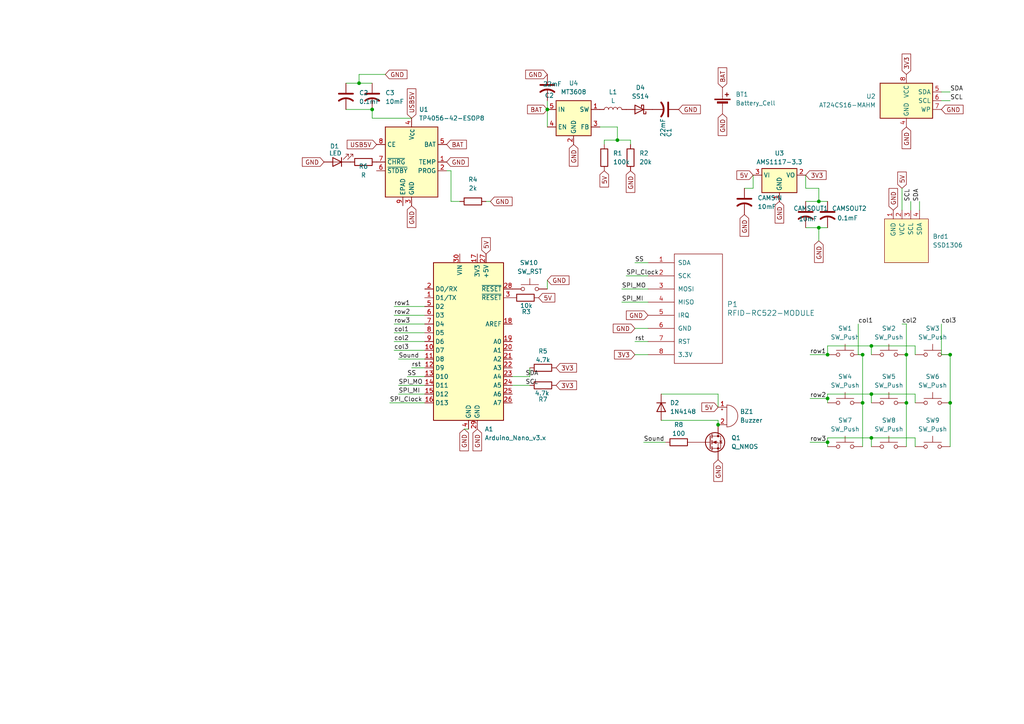
<source format=kicad_sch>
(kicad_sch
	(version 20250114)
	(generator "eeschema")
	(generator_version "9.0")
	(uuid "7bd4d123-9be4-4358-bcf2-1d0880fe1b86")
	(paper "A4")
	(lib_symbols
		(symbol "Battery_Management:TP4056-42-ESOP8"
			(exclude_from_sim no)
			(in_bom yes)
			(on_board yes)
			(property "Reference" "U"
				(at -6.604 11.684 0)
				(effects
					(font
						(size 1.27 1.27)
					)
				)
			)
			(property "Value" "TP4056-42-ESOP8"
				(at 10.16 11.684 0)
				(effects
					(font
						(size 1.27 1.27)
					)
				)
			)
			(property "Footprint" "Package_SO:SOIC-8-1EP_3.9x4.9mm_P1.27mm_EP2.41x3.3mm_ThermalVias"
				(at 0.508 -22.86 0)
				(effects
					(font
						(size 1.27 1.27)
					)
					(hide yes)
				)
			)
			(property "Datasheet" "https://www.lcsc.com/datasheet/lcsc_datasheet_2410121619_TOPPOWER-Nanjing-Extension-Microelectronics-TP4056-42-ESOP8_C16581.pdf"
				(at 0 -25.4 0)
				(effects
					(font
						(size 1.27 1.27)
					)
					(hide yes)
				)
			)
			(property "Description" "1A Standalone Linear Li-ion/LiPo single-cell battery charger, 4.2V ±1% charge voltage, VCC = 4.0..8.0V, SOIC-8 (SOP-8)"
				(at 0.508 -20.32 0)
				(effects
					(font
						(size 1.27 1.27)
					)
					(hide yes)
				)
			)
			(property "ki_keywords" "lithium-ion lithium-polymer Li-Poly"
				(at 0 0 0)
				(effects
					(font
						(size 1.27 1.27)
					)
					(hide yes)
				)
			)
			(property "ki_fp_filters" "*SO*3.9x4.*P1.27mm*EP2.4*x3.3*mm*"
				(at 0 0 0)
				(effects
					(font
						(size 1.27 1.27)
					)
					(hide yes)
				)
			)
			(symbol "TP4056-42-ESOP8_1_0"
				(pin input line
					(at -10.16 5.08 0)
					(length 2.54)
					(name "CE"
						(effects
							(font
								(size 1.27 1.27)
							)
						)
					)
					(number "8"
						(effects
							(font
								(size 1.27 1.27)
							)
						)
					)
				)
				(pin open_collector line
					(at -10.16 0 0)
					(length 2.54)
					(name "~{CHRG}"
						(effects
							(font
								(size 1.27 1.27)
							)
						)
					)
					(number "7"
						(effects
							(font
								(size 1.27 1.27)
							)
						)
					)
				)
				(pin open_collector line
					(at -10.16 -2.54 0)
					(length 2.54)
					(name "~{STDBY}"
						(effects
							(font
								(size 1.27 1.27)
							)
						)
					)
					(number "6"
						(effects
							(font
								(size 1.27 1.27)
							)
						)
					)
				)
				(pin passive line
					(at -2.54 -12.7 90)
					(length 2.54)
					(name "EPAD"
						(effects
							(font
								(size 1.27 1.27)
							)
						)
					)
					(number "9"
						(effects
							(font
								(size 1.27 1.27)
							)
						)
					)
				)
				(pin power_in line
					(at 0 12.7 270)
					(length 2.54)
					(name "V_{CC}"
						(effects
							(font
								(size 1.27 1.27)
							)
						)
					)
					(number "4"
						(effects
							(font
								(size 1.27 1.27)
							)
						)
					)
				)
				(pin power_in line
					(at 0 -12.7 90)
					(length 2.54)
					(name "GND"
						(effects
							(font
								(size 1.27 1.27)
							)
						)
					)
					(number "3"
						(effects
							(font
								(size 1.27 1.27)
							)
						)
					)
				)
				(pin power_out line
					(at 10.16 5.08 180)
					(length 2.54)
					(name "BAT"
						(effects
							(font
								(size 1.27 1.27)
							)
						)
					)
					(number "5"
						(effects
							(font
								(size 1.27 1.27)
							)
						)
					)
				)
				(pin input line
					(at 10.16 0 180)
					(length 2.54)
					(name "TEMP"
						(effects
							(font
								(size 1.27 1.27)
							)
						)
					)
					(number "1"
						(effects
							(font
								(size 1.27 1.27)
							)
						)
					)
				)
				(pin passive line
					(at 10.16 -2.54 180)
					(length 2.54)
					(name "PROG"
						(effects
							(font
								(size 1.27 1.27)
							)
						)
					)
					(number "2"
						(effects
							(font
								(size 1.27 1.27)
							)
						)
					)
				)
			)
			(symbol "TP4056-42-ESOP8_1_1"
				(rectangle
					(start -7.62 10.16)
					(end 7.62 -10.16)
					(stroke
						(width 0.254)
						(type default)
					)
					(fill
						(type background)
					)
				)
			)
			(embedded_fonts no)
		)
		(symbol "Device:Battery_Cell"
			(pin_numbers
				(hide yes)
			)
			(pin_names
				(offset 0)
				(hide yes)
			)
			(exclude_from_sim no)
			(in_bom yes)
			(on_board yes)
			(property "Reference" "BT"
				(at 2.54 2.54 0)
				(effects
					(font
						(size 1.27 1.27)
					)
					(justify left)
				)
			)
			(property "Value" "Battery_Cell"
				(at 2.54 0 0)
				(effects
					(font
						(size 1.27 1.27)
					)
					(justify left)
				)
			)
			(property "Footprint" ""
				(at 0 1.524 90)
				(effects
					(font
						(size 1.27 1.27)
					)
					(hide yes)
				)
			)
			(property "Datasheet" "~"
				(at 0 1.524 90)
				(effects
					(font
						(size 1.27 1.27)
					)
					(hide yes)
				)
			)
			(property "Description" "Single-cell battery"
				(at 0 0 0)
				(effects
					(font
						(size 1.27 1.27)
					)
					(hide yes)
				)
			)
			(property "ki_keywords" "battery cell"
				(at 0 0 0)
				(effects
					(font
						(size 1.27 1.27)
					)
					(hide yes)
				)
			)
			(symbol "Battery_Cell_0_1"
				(rectangle
					(start -2.286 1.778)
					(end 2.286 1.524)
					(stroke
						(width 0)
						(type default)
					)
					(fill
						(type outline)
					)
				)
				(rectangle
					(start -1.524 1.016)
					(end 1.524 0.508)
					(stroke
						(width 0)
						(type default)
					)
					(fill
						(type outline)
					)
				)
				(polyline
					(pts
						(xy 0 1.778) (xy 0 2.54)
					)
					(stroke
						(width 0)
						(type default)
					)
					(fill
						(type none)
					)
				)
				(polyline
					(pts
						(xy 0 0.762) (xy 0 0)
					)
					(stroke
						(width 0)
						(type default)
					)
					(fill
						(type none)
					)
				)
				(polyline
					(pts
						(xy 0.762 3.048) (xy 1.778 3.048)
					)
					(stroke
						(width 0.254)
						(type default)
					)
					(fill
						(type none)
					)
				)
				(polyline
					(pts
						(xy 1.27 3.556) (xy 1.27 2.54)
					)
					(stroke
						(width 0.254)
						(type default)
					)
					(fill
						(type none)
					)
				)
			)
			(symbol "Battery_Cell_1_1"
				(pin passive line
					(at 0 5.08 270)
					(length 2.54)
					(name "+"
						(effects
							(font
								(size 1.27 1.27)
							)
						)
					)
					(number "1"
						(effects
							(font
								(size 1.27 1.27)
							)
						)
					)
				)
				(pin passive line
					(at 0 -2.54 90)
					(length 2.54)
					(name "-"
						(effects
							(font
								(size 1.27 1.27)
							)
						)
					)
					(number "2"
						(effects
							(font
								(size 1.27 1.27)
							)
						)
					)
				)
			)
			(embedded_fonts no)
		)
		(symbol "Device:Buzzer"
			(pin_names
				(offset 0.0254)
				(hide yes)
			)
			(exclude_from_sim no)
			(in_bom yes)
			(on_board yes)
			(property "Reference" "BZ"
				(at 3.81 1.27 0)
				(effects
					(font
						(size 1.27 1.27)
					)
					(justify left)
				)
			)
			(property "Value" "Buzzer"
				(at 3.81 -1.27 0)
				(effects
					(font
						(size 1.27 1.27)
					)
					(justify left)
				)
			)
			(property "Footprint" ""
				(at -0.635 2.54 90)
				(effects
					(font
						(size 1.27 1.27)
					)
					(hide yes)
				)
			)
			(property "Datasheet" "~"
				(at -0.635 2.54 90)
				(effects
					(font
						(size 1.27 1.27)
					)
					(hide yes)
				)
			)
			(property "Description" "Buzzer, polarized"
				(at 0 0 0)
				(effects
					(font
						(size 1.27 1.27)
					)
					(hide yes)
				)
			)
			(property "ki_keywords" "quartz resonator ceramic"
				(at 0 0 0)
				(effects
					(font
						(size 1.27 1.27)
					)
					(hide yes)
				)
			)
			(property "ki_fp_filters" "*Buzzer*"
				(at 0 0 0)
				(effects
					(font
						(size 1.27 1.27)
					)
					(hide yes)
				)
			)
			(symbol "Buzzer_0_1"
				(polyline
					(pts
						(xy -1.651 1.905) (xy -1.143 1.905)
					)
					(stroke
						(width 0)
						(type default)
					)
					(fill
						(type none)
					)
				)
				(polyline
					(pts
						(xy -1.397 2.159) (xy -1.397 1.651)
					)
					(stroke
						(width 0)
						(type default)
					)
					(fill
						(type none)
					)
				)
				(arc
					(start 0 3.175)
					(mid 3.1612 0)
					(end 0 -3.175)
					(stroke
						(width 0)
						(type default)
					)
					(fill
						(type none)
					)
				)
				(polyline
					(pts
						(xy 0 3.175) (xy 0 -3.175)
					)
					(stroke
						(width 0)
						(type default)
					)
					(fill
						(type none)
					)
				)
			)
			(symbol "Buzzer_1_1"
				(pin passive line
					(at -2.54 2.54 0)
					(length 2.54)
					(name "+"
						(effects
							(font
								(size 1.27 1.27)
							)
						)
					)
					(number "1"
						(effects
							(font
								(size 1.27 1.27)
							)
						)
					)
				)
				(pin passive line
					(at -2.54 -2.54 0)
					(length 2.54)
					(name "-"
						(effects
							(font
								(size 1.27 1.27)
							)
						)
					)
					(number "2"
						(effects
							(font
								(size 1.27 1.27)
							)
						)
					)
				)
			)
			(embedded_fonts no)
		)
		(symbol "Device:C_US"
			(pin_numbers
				(hide yes)
			)
			(pin_names
				(offset 0.254)
				(hide yes)
			)
			(exclude_from_sim no)
			(in_bom yes)
			(on_board yes)
			(property "Reference" "C"
				(at 0.635 2.54 0)
				(effects
					(font
						(size 1.27 1.27)
					)
					(justify left)
				)
			)
			(property "Value" "C_US"
				(at 0.635 -2.54 0)
				(effects
					(font
						(size 1.27 1.27)
					)
					(justify left)
				)
			)
			(property "Footprint" ""
				(at 0 0 0)
				(effects
					(font
						(size 1.27 1.27)
					)
					(hide yes)
				)
			)
			(property "Datasheet" ""
				(at 0 0 0)
				(effects
					(font
						(size 1.27 1.27)
					)
					(hide yes)
				)
			)
			(property "Description" "capacitor, US symbol"
				(at 0 0 0)
				(effects
					(font
						(size 1.27 1.27)
					)
					(hide yes)
				)
			)
			(property "ki_keywords" "cap capacitor"
				(at 0 0 0)
				(effects
					(font
						(size 1.27 1.27)
					)
					(hide yes)
				)
			)
			(property "ki_fp_filters" "C_*"
				(at 0 0 0)
				(effects
					(font
						(size 1.27 1.27)
					)
					(hide yes)
				)
			)
			(symbol "C_US_0_1"
				(polyline
					(pts
						(xy -2.032 0.762) (xy 2.032 0.762)
					)
					(stroke
						(width 0.508)
						(type default)
					)
					(fill
						(type none)
					)
				)
				(arc
					(start -2.032 -1.27)
					(mid 0 -0.5572)
					(end 2.032 -1.27)
					(stroke
						(width 0.508)
						(type default)
					)
					(fill
						(type none)
					)
				)
			)
			(symbol "C_US_1_1"
				(pin passive line
					(at 0 3.81 270)
					(length 2.794)
					(name "~"
						(effects
							(font
								(size 1.27 1.27)
							)
						)
					)
					(number "1"
						(effects
							(font
								(size 1.27 1.27)
							)
						)
					)
				)
				(pin passive line
					(at 0 -3.81 90)
					(length 3.302)
					(name "~"
						(effects
							(font
								(size 1.27 1.27)
							)
						)
					)
					(number "2"
						(effects
							(font
								(size 1.27 1.27)
							)
						)
					)
				)
			)
			(embedded_fonts no)
		)
		(symbol "Device:L"
			(pin_numbers
				(hide yes)
			)
			(pin_names
				(offset 1.016)
				(hide yes)
			)
			(exclude_from_sim no)
			(in_bom yes)
			(on_board yes)
			(property "Reference" "L"
				(at -1.27 0 90)
				(effects
					(font
						(size 1.27 1.27)
					)
				)
			)
			(property "Value" "L"
				(at 1.905 0 90)
				(effects
					(font
						(size 1.27 1.27)
					)
				)
			)
			(property "Footprint" ""
				(at 0 0 0)
				(effects
					(font
						(size 1.27 1.27)
					)
					(hide yes)
				)
			)
			(property "Datasheet" "~"
				(at 0 0 0)
				(effects
					(font
						(size 1.27 1.27)
					)
					(hide yes)
				)
			)
			(property "Description" "Inductor"
				(at 0 0 0)
				(effects
					(font
						(size 1.27 1.27)
					)
					(hide yes)
				)
			)
			(property "ki_keywords" "inductor choke coil reactor magnetic"
				(at 0 0 0)
				(effects
					(font
						(size 1.27 1.27)
					)
					(hide yes)
				)
			)
			(property "ki_fp_filters" "Choke_* *Coil* Inductor_* L_*"
				(at 0 0 0)
				(effects
					(font
						(size 1.27 1.27)
					)
					(hide yes)
				)
			)
			(symbol "L_0_1"
				(arc
					(start 0 2.54)
					(mid 0.6323 1.905)
					(end 0 1.27)
					(stroke
						(width 0)
						(type default)
					)
					(fill
						(type none)
					)
				)
				(arc
					(start 0 1.27)
					(mid 0.6323 0.635)
					(end 0 0)
					(stroke
						(width 0)
						(type default)
					)
					(fill
						(type none)
					)
				)
				(arc
					(start 0 0)
					(mid 0.6323 -0.635)
					(end 0 -1.27)
					(stroke
						(width 0)
						(type default)
					)
					(fill
						(type none)
					)
				)
				(arc
					(start 0 -1.27)
					(mid 0.6323 -1.905)
					(end 0 -2.54)
					(stroke
						(width 0)
						(type default)
					)
					(fill
						(type none)
					)
				)
			)
			(symbol "L_1_1"
				(pin passive line
					(at 0 3.81 270)
					(length 1.27)
					(name "1"
						(effects
							(font
								(size 1.27 1.27)
							)
						)
					)
					(number "1"
						(effects
							(font
								(size 1.27 1.27)
							)
						)
					)
				)
				(pin passive line
					(at 0 -3.81 90)
					(length 1.27)
					(name "2"
						(effects
							(font
								(size 1.27 1.27)
							)
						)
					)
					(number "2"
						(effects
							(font
								(size 1.27 1.27)
							)
						)
					)
				)
			)
			(embedded_fonts no)
		)
		(symbol "Device:LED"
			(pin_numbers
				(hide yes)
			)
			(pin_names
				(offset 1.016)
				(hide yes)
			)
			(exclude_from_sim no)
			(in_bom yes)
			(on_board yes)
			(property "Reference" "D"
				(at 0 2.54 0)
				(effects
					(font
						(size 1.27 1.27)
					)
				)
			)
			(property "Value" "LED"
				(at 0 -2.54 0)
				(effects
					(font
						(size 1.27 1.27)
					)
				)
			)
			(property "Footprint" ""
				(at 0 0 0)
				(effects
					(font
						(size 1.27 1.27)
					)
					(hide yes)
				)
			)
			(property "Datasheet" "~"
				(at 0 0 0)
				(effects
					(font
						(size 1.27 1.27)
					)
					(hide yes)
				)
			)
			(property "Description" "Light emitting diode"
				(at 0 0 0)
				(effects
					(font
						(size 1.27 1.27)
					)
					(hide yes)
				)
			)
			(property "Sim.Pins" "1=K 2=A"
				(at 0 0 0)
				(effects
					(font
						(size 1.27 1.27)
					)
					(hide yes)
				)
			)
			(property "ki_keywords" "LED diode"
				(at 0 0 0)
				(effects
					(font
						(size 1.27 1.27)
					)
					(hide yes)
				)
			)
			(property "ki_fp_filters" "LED* LED_SMD:* LED_THT:*"
				(at 0 0 0)
				(effects
					(font
						(size 1.27 1.27)
					)
					(hide yes)
				)
			)
			(symbol "LED_0_1"
				(polyline
					(pts
						(xy -3.048 -0.762) (xy -4.572 -2.286) (xy -3.81 -2.286) (xy -4.572 -2.286) (xy -4.572 -1.524)
					)
					(stroke
						(width 0)
						(type default)
					)
					(fill
						(type none)
					)
				)
				(polyline
					(pts
						(xy -1.778 -0.762) (xy -3.302 -2.286) (xy -2.54 -2.286) (xy -3.302 -2.286) (xy -3.302 -1.524)
					)
					(stroke
						(width 0)
						(type default)
					)
					(fill
						(type none)
					)
				)
				(polyline
					(pts
						(xy -1.27 0) (xy 1.27 0)
					)
					(stroke
						(width 0)
						(type default)
					)
					(fill
						(type none)
					)
				)
				(polyline
					(pts
						(xy -1.27 -1.27) (xy -1.27 1.27)
					)
					(stroke
						(width 0.254)
						(type default)
					)
					(fill
						(type none)
					)
				)
				(polyline
					(pts
						(xy 1.27 -1.27) (xy 1.27 1.27) (xy -1.27 0) (xy 1.27 -1.27)
					)
					(stroke
						(width 0.254)
						(type default)
					)
					(fill
						(type none)
					)
				)
			)
			(symbol "LED_1_1"
				(pin passive line
					(at -3.81 0 0)
					(length 2.54)
					(name "K"
						(effects
							(font
								(size 1.27 1.27)
							)
						)
					)
					(number "1"
						(effects
							(font
								(size 1.27 1.27)
							)
						)
					)
				)
				(pin passive line
					(at 3.81 0 180)
					(length 2.54)
					(name "A"
						(effects
							(font
								(size 1.27 1.27)
							)
						)
					)
					(number "2"
						(effects
							(font
								(size 1.27 1.27)
							)
						)
					)
				)
			)
			(embedded_fonts no)
		)
		(symbol "Device:Q_NMOS"
			(pin_numbers
				(hide yes)
			)
			(pin_names
				(offset 0)
				(hide yes)
			)
			(exclude_from_sim no)
			(in_bom yes)
			(on_board yes)
			(property "Reference" "Q"
				(at 5.08 1.27 0)
				(effects
					(font
						(size 1.27 1.27)
					)
					(justify left)
				)
			)
			(property "Value" "Q_NMOS"
				(at 5.08 -1.27 0)
				(effects
					(font
						(size 1.27 1.27)
					)
					(justify left)
				)
			)
			(property "Footprint" ""
				(at 5.08 2.54 0)
				(effects
					(font
						(size 1.27 1.27)
					)
					(hide yes)
				)
			)
			(property "Datasheet" "~"
				(at 0 0 0)
				(effects
					(font
						(size 1.27 1.27)
					)
					(hide yes)
				)
			)
			(property "Description" "N-MOSFET transistor"
				(at 0 0 0)
				(effects
					(font
						(size 1.27 1.27)
					)
					(hide yes)
				)
			)
			(property "ki_keywords" "NMOS N-MOS"
				(at 0 0 0)
				(effects
					(font
						(size 1.27 1.27)
					)
					(hide yes)
				)
			)
			(symbol "Q_NMOS_0_1"
				(polyline
					(pts
						(xy 0.254 1.905) (xy 0.254 -1.905)
					)
					(stroke
						(width 0.254)
						(type default)
					)
					(fill
						(type none)
					)
				)
				(polyline
					(pts
						(xy 0.254 0) (xy -2.54 0)
					)
					(stroke
						(width 0)
						(type default)
					)
					(fill
						(type none)
					)
				)
				(polyline
					(pts
						(xy 0.762 2.286) (xy 0.762 1.27)
					)
					(stroke
						(width 0.254)
						(type default)
					)
					(fill
						(type none)
					)
				)
				(polyline
					(pts
						(xy 0.762 0.508) (xy 0.762 -0.508)
					)
					(stroke
						(width 0.254)
						(type default)
					)
					(fill
						(type none)
					)
				)
				(polyline
					(pts
						(xy 0.762 -1.27) (xy 0.762 -2.286)
					)
					(stroke
						(width 0.254)
						(type default)
					)
					(fill
						(type none)
					)
				)
				(polyline
					(pts
						(xy 0.762 -1.778) (xy 3.302 -1.778) (xy 3.302 1.778) (xy 0.762 1.778)
					)
					(stroke
						(width 0)
						(type default)
					)
					(fill
						(type none)
					)
				)
				(polyline
					(pts
						(xy 1.016 0) (xy 2.032 0.381) (xy 2.032 -0.381) (xy 1.016 0)
					)
					(stroke
						(width 0)
						(type default)
					)
					(fill
						(type outline)
					)
				)
				(circle
					(center 1.651 0)
					(radius 2.794)
					(stroke
						(width 0.254)
						(type default)
					)
					(fill
						(type none)
					)
				)
				(polyline
					(pts
						(xy 2.54 2.54) (xy 2.54 1.778)
					)
					(stroke
						(width 0)
						(type default)
					)
					(fill
						(type none)
					)
				)
				(circle
					(center 2.54 1.778)
					(radius 0.254)
					(stroke
						(width 0)
						(type default)
					)
					(fill
						(type outline)
					)
				)
				(circle
					(center 2.54 -1.778)
					(radius 0.254)
					(stroke
						(width 0)
						(type default)
					)
					(fill
						(type outline)
					)
				)
				(polyline
					(pts
						(xy 2.54 -2.54) (xy 2.54 0) (xy 0.762 0)
					)
					(stroke
						(width 0)
						(type default)
					)
					(fill
						(type none)
					)
				)
				(polyline
					(pts
						(xy 2.921 0.381) (xy 3.683 0.381)
					)
					(stroke
						(width 0)
						(type default)
					)
					(fill
						(type none)
					)
				)
				(polyline
					(pts
						(xy 3.302 0.381) (xy 2.921 -0.254) (xy 3.683 -0.254) (xy 3.302 0.381)
					)
					(stroke
						(width 0)
						(type default)
					)
					(fill
						(type none)
					)
				)
			)
			(symbol "Q_NMOS_1_1"
				(pin input line
					(at -5.08 0 0)
					(length 2.54)
					(name "G"
						(effects
							(font
								(size 1.27 1.27)
							)
						)
					)
					(number "G"
						(effects
							(font
								(size 1.27 1.27)
							)
						)
					)
				)
				(pin passive line
					(at 2.54 5.08 270)
					(length 2.54)
					(name "D"
						(effects
							(font
								(size 1.27 1.27)
							)
						)
					)
					(number "D"
						(effects
							(font
								(size 1.27 1.27)
							)
						)
					)
				)
				(pin passive line
					(at 2.54 -5.08 90)
					(length 2.54)
					(name "S"
						(effects
							(font
								(size 1.27 1.27)
							)
						)
					)
					(number "S"
						(effects
							(font
								(size 1.27 1.27)
							)
						)
					)
				)
			)
			(embedded_fonts no)
		)
		(symbol "Device:R"
			(pin_numbers
				(hide yes)
			)
			(pin_names
				(offset 0)
			)
			(exclude_from_sim no)
			(in_bom yes)
			(on_board yes)
			(property "Reference" "R"
				(at 2.032 0 90)
				(effects
					(font
						(size 1.27 1.27)
					)
				)
			)
			(property "Value" "R"
				(at 0 0 90)
				(effects
					(font
						(size 1.27 1.27)
					)
				)
			)
			(property "Footprint" ""
				(at -1.778 0 90)
				(effects
					(font
						(size 1.27 1.27)
					)
					(hide yes)
				)
			)
			(property "Datasheet" "~"
				(at 0 0 0)
				(effects
					(font
						(size 1.27 1.27)
					)
					(hide yes)
				)
			)
			(property "Description" "Resistor"
				(at 0 0 0)
				(effects
					(font
						(size 1.27 1.27)
					)
					(hide yes)
				)
			)
			(property "ki_keywords" "R res resistor"
				(at 0 0 0)
				(effects
					(font
						(size 1.27 1.27)
					)
					(hide yes)
				)
			)
			(property "ki_fp_filters" "R_*"
				(at 0 0 0)
				(effects
					(font
						(size 1.27 1.27)
					)
					(hide yes)
				)
			)
			(symbol "R_0_1"
				(rectangle
					(start -1.016 -2.54)
					(end 1.016 2.54)
					(stroke
						(width 0.254)
						(type default)
					)
					(fill
						(type none)
					)
				)
			)
			(symbol "R_1_1"
				(pin passive line
					(at 0 3.81 270)
					(length 1.27)
					(name "~"
						(effects
							(font
								(size 1.27 1.27)
							)
						)
					)
					(number "1"
						(effects
							(font
								(size 1.27 1.27)
							)
						)
					)
				)
				(pin passive line
					(at 0 -3.81 90)
					(length 1.27)
					(name "~"
						(effects
							(font
								(size 1.27 1.27)
							)
						)
					)
					(number "2"
						(effects
							(font
								(size 1.27 1.27)
							)
						)
					)
				)
			)
			(embedded_fonts no)
		)
		(symbol "Diode:1N4148"
			(pin_numbers
				(hide yes)
			)
			(pin_names
				(hide yes)
			)
			(exclude_from_sim no)
			(in_bom yes)
			(on_board yes)
			(property "Reference" "D"
				(at 0 2.54 0)
				(effects
					(font
						(size 1.27 1.27)
					)
				)
			)
			(property "Value" "1N4148"
				(at 0 -2.54 0)
				(effects
					(font
						(size 1.27 1.27)
					)
				)
			)
			(property "Footprint" "Diode_THT:D_DO-35_SOD27_P7.62mm_Horizontal"
				(at 0 0 0)
				(effects
					(font
						(size 1.27 1.27)
					)
					(hide yes)
				)
			)
			(property "Datasheet" "https://assets.nexperia.com/documents/data-sheet/1N4148_1N4448.pdf"
				(at 0 0 0)
				(effects
					(font
						(size 1.27 1.27)
					)
					(hide yes)
				)
			)
			(property "Description" "100V 0.15A standard switching diode, DO-35"
				(at 0 0 0)
				(effects
					(font
						(size 1.27 1.27)
					)
					(hide yes)
				)
			)
			(property "Sim.Device" "D"
				(at 0 0 0)
				(effects
					(font
						(size 1.27 1.27)
					)
					(hide yes)
				)
			)
			(property "Sim.Pins" "1=K 2=A"
				(at 0 0 0)
				(effects
					(font
						(size 1.27 1.27)
					)
					(hide yes)
				)
			)
			(property "ki_keywords" "diode"
				(at 0 0 0)
				(effects
					(font
						(size 1.27 1.27)
					)
					(hide yes)
				)
			)
			(property "ki_fp_filters" "D*DO?35*"
				(at 0 0 0)
				(effects
					(font
						(size 1.27 1.27)
					)
					(hide yes)
				)
			)
			(symbol "1N4148_0_1"
				(polyline
					(pts
						(xy -1.27 1.27) (xy -1.27 -1.27)
					)
					(stroke
						(width 0.254)
						(type default)
					)
					(fill
						(type none)
					)
				)
				(polyline
					(pts
						(xy 1.27 1.27) (xy 1.27 -1.27) (xy -1.27 0) (xy 1.27 1.27)
					)
					(stroke
						(width 0.254)
						(type default)
					)
					(fill
						(type none)
					)
				)
				(polyline
					(pts
						(xy 1.27 0) (xy -1.27 0)
					)
					(stroke
						(width 0)
						(type default)
					)
					(fill
						(type none)
					)
				)
			)
			(symbol "1N4148_1_1"
				(pin passive line
					(at -3.81 0 0)
					(length 2.54)
					(name "K"
						(effects
							(font
								(size 1.27 1.27)
							)
						)
					)
					(number "1"
						(effects
							(font
								(size 1.27 1.27)
							)
						)
					)
				)
				(pin passive line
					(at 3.81 0 180)
					(length 2.54)
					(name "A"
						(effects
							(font
								(size 1.27 1.27)
							)
						)
					)
					(number "2"
						(effects
							(font
								(size 1.27 1.27)
							)
						)
					)
				)
			)
			(embedded_fonts no)
		)
		(symbol "Diode:SS14"
			(pin_numbers
				(hide yes)
			)
			(pin_names
				(offset 1.016)
				(hide yes)
			)
			(exclude_from_sim no)
			(in_bom yes)
			(on_board yes)
			(property "Reference" "D"
				(at 0 2.54 0)
				(effects
					(font
						(size 1.27 1.27)
					)
				)
			)
			(property "Value" "SS14"
				(at 0 -2.54 0)
				(effects
					(font
						(size 1.27 1.27)
					)
				)
			)
			(property "Footprint" "Diode_SMD:D_SMA"
				(at 0 -4.445 0)
				(effects
					(font
						(size 1.27 1.27)
					)
					(hide yes)
				)
			)
			(property "Datasheet" "https://www.vishay.com/docs/88746/ss12.pdf"
				(at 0 0 0)
				(effects
					(font
						(size 1.27 1.27)
					)
					(hide yes)
				)
			)
			(property "Description" "40V 1A Schottky Diode, SMA"
				(at 0 0 0)
				(effects
					(font
						(size 1.27 1.27)
					)
					(hide yes)
				)
			)
			(property "ki_keywords" "diode Schottky"
				(at 0 0 0)
				(effects
					(font
						(size 1.27 1.27)
					)
					(hide yes)
				)
			)
			(property "ki_fp_filters" "D*SMA*"
				(at 0 0 0)
				(effects
					(font
						(size 1.27 1.27)
					)
					(hide yes)
				)
			)
			(symbol "SS14_0_1"
				(polyline
					(pts
						(xy -1.905 0.635) (xy -1.905 1.27) (xy -1.27 1.27) (xy -1.27 -1.27) (xy -0.635 -1.27) (xy -0.635 -0.635)
					)
					(stroke
						(width 0.254)
						(type default)
					)
					(fill
						(type none)
					)
				)
				(polyline
					(pts
						(xy 1.27 1.27) (xy 1.27 -1.27) (xy -1.27 0) (xy 1.27 1.27)
					)
					(stroke
						(width 0.254)
						(type default)
					)
					(fill
						(type none)
					)
				)
				(polyline
					(pts
						(xy 1.27 0) (xy -1.27 0)
					)
					(stroke
						(width 0)
						(type default)
					)
					(fill
						(type none)
					)
				)
			)
			(symbol "SS14_1_1"
				(pin passive line
					(at -3.81 0 0)
					(length 2.54)
					(name "K"
						(effects
							(font
								(size 1.27 1.27)
							)
						)
					)
					(number "1"
						(effects
							(font
								(size 1.27 1.27)
							)
						)
					)
				)
				(pin passive line
					(at 3.81 0 180)
					(length 2.54)
					(name "A"
						(effects
							(font
								(size 1.27 1.27)
							)
						)
					)
					(number "2"
						(effects
							(font
								(size 1.27 1.27)
							)
						)
					)
				)
			)
			(embedded_fonts no)
		)
		(symbol "MCU_Module:Arduino_Nano_v3.x"
			(exclude_from_sim no)
			(in_bom yes)
			(on_board yes)
			(property "Reference" "A"
				(at -10.16 23.495 0)
				(effects
					(font
						(size 1.27 1.27)
					)
					(justify left bottom)
				)
			)
			(property "Value" "Arduino_Nano_v3.x"
				(at 5.08 -24.13 0)
				(effects
					(font
						(size 1.27 1.27)
					)
					(justify left top)
				)
			)
			(property "Footprint" "Module:Arduino_Nano"
				(at 0 0 0)
				(effects
					(font
						(size 1.27 1.27)
						(italic yes)
					)
					(hide yes)
				)
			)
			(property "Datasheet" "http://www.mouser.com/pdfdocs/Gravitech_Arduino_Nano3_0.pdf"
				(at 0 0 0)
				(effects
					(font
						(size 1.27 1.27)
					)
					(hide yes)
				)
			)
			(property "Description" "Arduino Nano v3.x"
				(at 0 0 0)
				(effects
					(font
						(size 1.27 1.27)
					)
					(hide yes)
				)
			)
			(property "ki_keywords" "Arduino nano microcontroller module USB"
				(at 0 0 0)
				(effects
					(font
						(size 1.27 1.27)
					)
					(hide yes)
				)
			)
			(property "ki_fp_filters" "Arduino*Nano*"
				(at 0 0 0)
				(effects
					(font
						(size 1.27 1.27)
					)
					(hide yes)
				)
			)
			(symbol "Arduino_Nano_v3.x_0_1"
				(rectangle
					(start -10.16 22.86)
					(end 10.16 -22.86)
					(stroke
						(width 0.254)
						(type default)
					)
					(fill
						(type background)
					)
				)
			)
			(symbol "Arduino_Nano_v3.x_1_1"
				(pin bidirectional line
					(at -12.7 15.24 0)
					(length 2.54)
					(name "D0/RX"
						(effects
							(font
								(size 1.27 1.27)
							)
						)
					)
					(number "2"
						(effects
							(font
								(size 1.27 1.27)
							)
						)
					)
				)
				(pin bidirectional line
					(at -12.7 12.7 0)
					(length 2.54)
					(name "D1/TX"
						(effects
							(font
								(size 1.27 1.27)
							)
						)
					)
					(number "1"
						(effects
							(font
								(size 1.27 1.27)
							)
						)
					)
				)
				(pin bidirectional line
					(at -12.7 10.16 0)
					(length 2.54)
					(name "D2"
						(effects
							(font
								(size 1.27 1.27)
							)
						)
					)
					(number "5"
						(effects
							(font
								(size 1.27 1.27)
							)
						)
					)
				)
				(pin bidirectional line
					(at -12.7 7.62 0)
					(length 2.54)
					(name "D3"
						(effects
							(font
								(size 1.27 1.27)
							)
						)
					)
					(number "6"
						(effects
							(font
								(size 1.27 1.27)
							)
						)
					)
				)
				(pin bidirectional line
					(at -12.7 5.08 0)
					(length 2.54)
					(name "D4"
						(effects
							(font
								(size 1.27 1.27)
							)
						)
					)
					(number "7"
						(effects
							(font
								(size 1.27 1.27)
							)
						)
					)
				)
				(pin bidirectional line
					(at -12.7 2.54 0)
					(length 2.54)
					(name "D5"
						(effects
							(font
								(size 1.27 1.27)
							)
						)
					)
					(number "8"
						(effects
							(font
								(size 1.27 1.27)
							)
						)
					)
				)
				(pin bidirectional line
					(at -12.7 0 0)
					(length 2.54)
					(name "D6"
						(effects
							(font
								(size 1.27 1.27)
							)
						)
					)
					(number "9"
						(effects
							(font
								(size 1.27 1.27)
							)
						)
					)
				)
				(pin bidirectional line
					(at -12.7 -2.54 0)
					(length 2.54)
					(name "D7"
						(effects
							(font
								(size 1.27 1.27)
							)
						)
					)
					(number "10"
						(effects
							(font
								(size 1.27 1.27)
							)
						)
					)
				)
				(pin bidirectional line
					(at -12.7 -5.08 0)
					(length 2.54)
					(name "D8"
						(effects
							(font
								(size 1.27 1.27)
							)
						)
					)
					(number "11"
						(effects
							(font
								(size 1.27 1.27)
							)
						)
					)
				)
				(pin bidirectional line
					(at -12.7 -7.62 0)
					(length 2.54)
					(name "D9"
						(effects
							(font
								(size 1.27 1.27)
							)
						)
					)
					(number "12"
						(effects
							(font
								(size 1.27 1.27)
							)
						)
					)
				)
				(pin bidirectional line
					(at -12.7 -10.16 0)
					(length 2.54)
					(name "D10"
						(effects
							(font
								(size 1.27 1.27)
							)
						)
					)
					(number "13"
						(effects
							(font
								(size 1.27 1.27)
							)
						)
					)
				)
				(pin bidirectional line
					(at -12.7 -12.7 0)
					(length 2.54)
					(name "D11"
						(effects
							(font
								(size 1.27 1.27)
							)
						)
					)
					(number "14"
						(effects
							(font
								(size 1.27 1.27)
							)
						)
					)
				)
				(pin bidirectional line
					(at -12.7 -15.24 0)
					(length 2.54)
					(name "D12"
						(effects
							(font
								(size 1.27 1.27)
							)
						)
					)
					(number "15"
						(effects
							(font
								(size 1.27 1.27)
							)
						)
					)
				)
				(pin bidirectional line
					(at -12.7 -17.78 0)
					(length 2.54)
					(name "D13"
						(effects
							(font
								(size 1.27 1.27)
							)
						)
					)
					(number "16"
						(effects
							(font
								(size 1.27 1.27)
							)
						)
					)
				)
				(pin power_in line
					(at -2.54 25.4 270)
					(length 2.54)
					(name "VIN"
						(effects
							(font
								(size 1.27 1.27)
							)
						)
					)
					(number "30"
						(effects
							(font
								(size 1.27 1.27)
							)
						)
					)
				)
				(pin power_in line
					(at 0 -25.4 90)
					(length 2.54)
					(name "GND"
						(effects
							(font
								(size 1.27 1.27)
							)
						)
					)
					(number "4"
						(effects
							(font
								(size 1.27 1.27)
							)
						)
					)
				)
				(pin power_out line
					(at 2.54 25.4 270)
					(length 2.54)
					(name "3V3"
						(effects
							(font
								(size 1.27 1.27)
							)
						)
					)
					(number "17"
						(effects
							(font
								(size 1.27 1.27)
							)
						)
					)
				)
				(pin power_in line
					(at 2.54 -25.4 90)
					(length 2.54)
					(name "GND"
						(effects
							(font
								(size 1.27 1.27)
							)
						)
					)
					(number "29"
						(effects
							(font
								(size 1.27 1.27)
							)
						)
					)
				)
				(pin power_out line
					(at 5.08 25.4 270)
					(length 2.54)
					(name "+5V"
						(effects
							(font
								(size 1.27 1.27)
							)
						)
					)
					(number "27"
						(effects
							(font
								(size 1.27 1.27)
							)
						)
					)
				)
				(pin input line
					(at 12.7 15.24 180)
					(length 2.54)
					(name "~{RESET}"
						(effects
							(font
								(size 1.27 1.27)
							)
						)
					)
					(number "28"
						(effects
							(font
								(size 1.27 1.27)
							)
						)
					)
				)
				(pin input line
					(at 12.7 12.7 180)
					(length 2.54)
					(name "~{RESET}"
						(effects
							(font
								(size 1.27 1.27)
							)
						)
					)
					(number "3"
						(effects
							(font
								(size 1.27 1.27)
							)
						)
					)
				)
				(pin input line
					(at 12.7 5.08 180)
					(length 2.54)
					(name "AREF"
						(effects
							(font
								(size 1.27 1.27)
							)
						)
					)
					(number "18"
						(effects
							(font
								(size 1.27 1.27)
							)
						)
					)
				)
				(pin bidirectional line
					(at 12.7 0 180)
					(length 2.54)
					(name "A0"
						(effects
							(font
								(size 1.27 1.27)
							)
						)
					)
					(number "19"
						(effects
							(font
								(size 1.27 1.27)
							)
						)
					)
				)
				(pin bidirectional line
					(at 12.7 -2.54 180)
					(length 2.54)
					(name "A1"
						(effects
							(font
								(size 1.27 1.27)
							)
						)
					)
					(number "20"
						(effects
							(font
								(size 1.27 1.27)
							)
						)
					)
				)
				(pin bidirectional line
					(at 12.7 -5.08 180)
					(length 2.54)
					(name "A2"
						(effects
							(font
								(size 1.27 1.27)
							)
						)
					)
					(number "21"
						(effects
							(font
								(size 1.27 1.27)
							)
						)
					)
				)
				(pin bidirectional line
					(at 12.7 -7.62 180)
					(length 2.54)
					(name "A3"
						(effects
							(font
								(size 1.27 1.27)
							)
						)
					)
					(number "22"
						(effects
							(font
								(size 1.27 1.27)
							)
						)
					)
				)
				(pin bidirectional line
					(at 12.7 -10.16 180)
					(length 2.54)
					(name "A4"
						(effects
							(font
								(size 1.27 1.27)
							)
						)
					)
					(number "23"
						(effects
							(font
								(size 1.27 1.27)
							)
						)
					)
				)
				(pin bidirectional line
					(at 12.7 -12.7 180)
					(length 2.54)
					(name "A5"
						(effects
							(font
								(size 1.27 1.27)
							)
						)
					)
					(number "24"
						(effects
							(font
								(size 1.27 1.27)
							)
						)
					)
				)
				(pin bidirectional line
					(at 12.7 -15.24 180)
					(length 2.54)
					(name "A6"
						(effects
							(font
								(size 1.27 1.27)
							)
						)
					)
					(number "25"
						(effects
							(font
								(size 1.27 1.27)
							)
						)
					)
				)
				(pin bidirectional line
					(at 12.7 -17.78 180)
					(length 2.54)
					(name "A7"
						(effects
							(font
								(size 1.27 1.27)
							)
						)
					)
					(number "26"
						(effects
							(font
								(size 1.27 1.27)
							)
						)
					)
				)
			)
			(embedded_fonts no)
		)
		(symbol "Memory_EEPROM:AT24CS16-MAHM"
			(exclude_from_sim no)
			(in_bom yes)
			(on_board yes)
			(property "Reference" "U"
				(at -7.62 6.35 0)
				(effects
					(font
						(size 1.27 1.27)
					)
				)
			)
			(property "Value" "AT24CS16-MAHM"
				(at 2.54 -6.35 0)
				(effects
					(font
						(size 1.27 1.27)
					)
					(justify left)
				)
			)
			(property "Footprint" "Package_DFN_QFN:DFN-8-1EP_3x2mm_P0.5mm_EP1.3x1.5mm"
				(at 0 0 0)
				(effects
					(font
						(size 1.27 1.27)
					)
					(hide yes)
				)
			)
			(property "Datasheet" "http://ww1.microchip.com/downloads/en/DeviceDoc/Atmel-8859-SEEPROM-AT24CS16-Datasheet.pdf"
				(at 0 0 0)
				(effects
					(font
						(size 1.27 1.27)
					)
					(hide yes)
				)
			)
			(property "Description" "I2C Serial EEPROM, 16Kb (2048x8) with Unique Serial Number, UDFN8"
				(at 0 0 0)
				(effects
					(font
						(size 1.27 1.27)
					)
					(hide yes)
				)
			)
			(property "ki_keywords" "I2C Serial EEPROM Nonvolatile Memory"
				(at 0 0 0)
				(effects
					(font
						(size 1.27 1.27)
					)
					(hide yes)
				)
			)
			(property "ki_fp_filters" "DFN*3x2mm*P0.5mm*"
				(at 0 0 0)
				(effects
					(font
						(size 1.27 1.27)
					)
					(hide yes)
				)
			)
			(symbol "AT24CS16-MAHM_1_1"
				(rectangle
					(start -7.62 5.08)
					(end 7.62 -5.08)
					(stroke
						(width 0.254)
						(type default)
					)
					(fill
						(type background)
					)
				)
				(pin no_connect line
					(at -7.62 2.54 0)
					(length 2.54)
					(hide yes)
					(name "NC"
						(effects
							(font
								(size 1.27 1.27)
							)
						)
					)
					(number "1"
						(effects
							(font
								(size 1.27 1.27)
							)
						)
					)
				)
				(pin no_connect line
					(at -7.62 0 0)
					(length 2.54)
					(hide yes)
					(name "NC"
						(effects
							(font
								(size 1.27 1.27)
							)
						)
					)
					(number "2"
						(effects
							(font
								(size 1.27 1.27)
							)
						)
					)
				)
				(pin no_connect line
					(at -7.62 -2.54 0)
					(length 2.54)
					(hide yes)
					(name "NC"
						(effects
							(font
								(size 1.27 1.27)
							)
						)
					)
					(number "3"
						(effects
							(font
								(size 1.27 1.27)
							)
						)
					)
				)
				(pin no_connect line
					(at -2.54 -5.08 90)
					(length 2.54)
					(hide yes)
					(name "NC"
						(effects
							(font
								(size 1.27 1.27)
							)
						)
					)
					(number "9"
						(effects
							(font
								(size 1.27 1.27)
							)
						)
					)
				)
				(pin power_in line
					(at 0 7.62 270)
					(length 2.54)
					(name "VCC"
						(effects
							(font
								(size 1.27 1.27)
							)
						)
					)
					(number "8"
						(effects
							(font
								(size 1.27 1.27)
							)
						)
					)
				)
				(pin power_in line
					(at 0 -7.62 90)
					(length 2.54)
					(name "GND"
						(effects
							(font
								(size 1.27 1.27)
							)
						)
					)
					(number "4"
						(effects
							(font
								(size 1.27 1.27)
							)
						)
					)
				)
				(pin bidirectional line
					(at 10.16 2.54 180)
					(length 2.54)
					(name "SDA"
						(effects
							(font
								(size 1.27 1.27)
							)
						)
					)
					(number "5"
						(effects
							(font
								(size 1.27 1.27)
							)
						)
					)
				)
				(pin input line
					(at 10.16 0 180)
					(length 2.54)
					(name "SCL"
						(effects
							(font
								(size 1.27 1.27)
							)
						)
					)
					(number "6"
						(effects
							(font
								(size 1.27 1.27)
							)
						)
					)
				)
				(pin input line
					(at 10.16 -2.54 180)
					(length 2.54)
					(name "WP"
						(effects
							(font
								(size 1.27 1.27)
							)
						)
					)
					(number "7"
						(effects
							(font
								(size 1.27 1.27)
							)
						)
					)
				)
			)
			(embedded_fonts no)
		)
		(symbol "Regulator_Linear:AMS1117-3.3"
			(exclude_from_sim no)
			(in_bom yes)
			(on_board yes)
			(property "Reference" "U"
				(at -3.81 3.175 0)
				(effects
					(font
						(size 1.27 1.27)
					)
				)
			)
			(property "Value" "AMS1117-3.3"
				(at 0 3.175 0)
				(effects
					(font
						(size 1.27 1.27)
					)
					(justify left)
				)
			)
			(property "Footprint" "Package_TO_SOT_SMD:SOT-223-3_TabPin2"
				(at 0 5.08 0)
				(effects
					(font
						(size 1.27 1.27)
					)
					(hide yes)
				)
			)
			(property "Datasheet" "http://www.advanced-monolithic.com/pdf/ds1117.pdf"
				(at 2.54 -6.35 0)
				(effects
					(font
						(size 1.27 1.27)
					)
					(hide yes)
				)
			)
			(property "Description" "1A Low Dropout regulator, positive, 3.3V fixed output, SOT-223"
				(at 0 0 0)
				(effects
					(font
						(size 1.27 1.27)
					)
					(hide yes)
				)
			)
			(property "ki_keywords" "linear regulator ldo fixed positive"
				(at 0 0 0)
				(effects
					(font
						(size 1.27 1.27)
					)
					(hide yes)
				)
			)
			(property "ki_fp_filters" "SOT?223*TabPin2*"
				(at 0 0 0)
				(effects
					(font
						(size 1.27 1.27)
					)
					(hide yes)
				)
			)
			(symbol "AMS1117-3.3_0_1"
				(rectangle
					(start -5.08 -5.08)
					(end 5.08 1.905)
					(stroke
						(width 0.254)
						(type default)
					)
					(fill
						(type background)
					)
				)
			)
			(symbol "AMS1117-3.3_1_1"
				(pin power_in line
					(at -7.62 0 0)
					(length 2.54)
					(name "VI"
						(effects
							(font
								(size 1.27 1.27)
							)
						)
					)
					(number "3"
						(effects
							(font
								(size 1.27 1.27)
							)
						)
					)
				)
				(pin power_in line
					(at 0 -7.62 90)
					(length 2.54)
					(name "GND"
						(effects
							(font
								(size 1.27 1.27)
							)
						)
					)
					(number "1"
						(effects
							(font
								(size 1.27 1.27)
							)
						)
					)
				)
				(pin power_out line
					(at 7.62 0 180)
					(length 2.54)
					(name "VO"
						(effects
							(font
								(size 1.27 1.27)
							)
						)
					)
					(number "2"
						(effects
							(font
								(size 1.27 1.27)
							)
						)
					)
				)
			)
			(embedded_fonts no)
		)
		(symbol "Regulator_Switching:MT3608"
			(exclude_from_sim no)
			(in_bom yes)
			(on_board yes)
			(property "Reference" "U"
				(at -2.54 8.89 0)
				(effects
					(font
						(size 1.27 1.27)
					)
					(justify left)
				)
			)
			(property "Value" "MT3608"
				(at -3.81 6.35 0)
				(effects
					(font
						(size 1.27 1.27)
					)
					(justify left)
				)
			)
			(property "Footprint" "Package_TO_SOT_SMD:SOT-23-6"
				(at 1.27 -6.35 0)
				(effects
					(font
						(size 1.27 1.27)
						(italic yes)
					)
					(justify left)
					(hide yes)
				)
			)
			(property "Datasheet" "https://www.olimex.com/Products/Breadboarding/BB-PWR-3608/resources/MT3608.pdf"
				(at -6.35 11.43 0)
				(effects
					(font
						(size 1.27 1.27)
					)
					(hide yes)
				)
			)
			(property "Description" "High Efficiency 1.2MHz 2A Step Up Converter, 2-24V Vin, 28V Vout, 4A current limit, 1.2MHz, SOT23-6"
				(at 0 0 0)
				(effects
					(font
						(size 1.27 1.27)
					)
					(hide yes)
				)
			)
			(property "ki_keywords" "Step-Up Boost DC-DC Regulator Adjustable"
				(at 0 0 0)
				(effects
					(font
						(size 1.27 1.27)
					)
					(hide yes)
				)
			)
			(property "ki_fp_filters" "SOT*23*"
				(at 0 0 0)
				(effects
					(font
						(size 1.27 1.27)
					)
					(hide yes)
				)
			)
			(symbol "MT3608_0_1"
				(rectangle
					(start -5.08 5.08)
					(end 5.08 -5.08)
					(stroke
						(width 0.254)
						(type default)
					)
					(fill
						(type background)
					)
				)
			)
			(symbol "MT3608_1_1"
				(pin power_in line
					(at -7.62 2.54 0)
					(length 2.54)
					(name "IN"
						(effects
							(font
								(size 1.27 1.27)
							)
						)
					)
					(number "5"
						(effects
							(font
								(size 1.27 1.27)
							)
						)
					)
				)
				(pin input line
					(at -7.62 -2.54 0)
					(length 2.54)
					(name "EN"
						(effects
							(font
								(size 1.27 1.27)
							)
						)
					)
					(number "4"
						(effects
							(font
								(size 1.27 1.27)
							)
						)
					)
				)
				(pin power_in line
					(at 0 -7.62 90)
					(length 2.54)
					(name "GND"
						(effects
							(font
								(size 1.27 1.27)
							)
						)
					)
					(number "2"
						(effects
							(font
								(size 1.27 1.27)
							)
						)
					)
				)
				(pin no_connect line
					(at 5.08 0 180)
					(length 2.54)
					(hide yes)
					(name "NC"
						(effects
							(font
								(size 1.27 1.27)
							)
						)
					)
					(number "6"
						(effects
							(font
								(size 1.27 1.27)
							)
						)
					)
				)
				(pin passive line
					(at 7.62 2.54 180)
					(length 2.54)
					(name "SW"
						(effects
							(font
								(size 1.27 1.27)
							)
						)
					)
					(number "1"
						(effects
							(font
								(size 1.27 1.27)
							)
						)
					)
				)
				(pin input line
					(at 7.62 -2.54 180)
					(length 2.54)
					(name "FB"
						(effects
							(font
								(size 1.27 1.27)
							)
						)
					)
					(number "3"
						(effects
							(font
								(size 1.27 1.27)
							)
						)
					)
				)
			)
			(embedded_fonts no)
		)
		(symbol "SSD1306-128x64_OLED:SSD1306"
			(pin_names
				(offset 1.016)
			)
			(exclude_from_sim no)
			(in_bom yes)
			(on_board yes)
			(property "Reference" "Brd"
				(at 0 -3.81 0)
				(effects
					(font
						(size 1.27 1.27)
					)
				)
			)
			(property "Value" "SSD1306"
				(at 0 -1.27 0)
				(effects
					(font
						(size 1.27 1.27)
					)
				)
			)
			(property "Footprint" ""
				(at 0 6.35 0)
				(effects
					(font
						(size 1.27 1.27)
					)
					(hide yes)
				)
			)
			(property "Datasheet" ""
				(at 0 6.35 0)
				(effects
					(font
						(size 1.27 1.27)
					)
					(hide yes)
				)
			)
			(property "Description" ""
				(at 0 0 0)
				(effects
					(font
						(size 1.27 1.27)
					)
					(hide yes)
				)
			)
			(property "ki_fp_filters" "SSD1306-128x64_OLED:SSD1306"
				(at 0 0 0)
				(effects
					(font
						(size 1.27 1.27)
					)
					(hide yes)
				)
			)
			(symbol "SSD1306_0_1"
				(rectangle
					(start -6.35 6.35)
					(end 6.35 -6.35)
					(stroke
						(width 0)
						(type solid)
					)
					(fill
						(type background)
					)
				)
			)
			(symbol "SSD1306_1_1"
				(pin input line
					(at -3.81 8.89 270)
					(length 2.54)
					(name "GND"
						(effects
							(font
								(size 1.27 1.27)
							)
						)
					)
					(number "1"
						(effects
							(font
								(size 1.27 1.27)
							)
						)
					)
				)
				(pin input line
					(at -1.27 8.89 270)
					(length 2.54)
					(name "VCC"
						(effects
							(font
								(size 1.27 1.27)
							)
						)
					)
					(number "2"
						(effects
							(font
								(size 1.27 1.27)
							)
						)
					)
				)
				(pin input line
					(at 1.27 8.89 270)
					(length 2.54)
					(name "SCL"
						(effects
							(font
								(size 1.27 1.27)
							)
						)
					)
					(number "3"
						(effects
							(font
								(size 1.27 1.27)
							)
						)
					)
				)
				(pin input line
					(at 3.81 8.89 270)
					(length 2.54)
					(name "SDA"
						(effects
							(font
								(size 1.27 1.27)
							)
						)
					)
					(number "4"
						(effects
							(font
								(size 1.27 1.27)
							)
						)
					)
				)
			)
			(embedded_fonts no)
		)
		(symbol "Switch:SW_Push"
			(pin_numbers
				(hide yes)
			)
			(pin_names
				(offset 1.016)
				(hide yes)
			)
			(exclude_from_sim no)
			(in_bom yes)
			(on_board yes)
			(property "Reference" "SW"
				(at 1.27 2.54 0)
				(effects
					(font
						(size 1.27 1.27)
					)
					(justify left)
				)
			)
			(property "Value" "SW_Push"
				(at 0 -1.524 0)
				(effects
					(font
						(size 1.27 1.27)
					)
				)
			)
			(property "Footprint" ""
				(at 0 5.08 0)
				(effects
					(font
						(size 1.27 1.27)
					)
					(hide yes)
				)
			)
			(property "Datasheet" "~"
				(at 0 5.08 0)
				(effects
					(font
						(size 1.27 1.27)
					)
					(hide yes)
				)
			)
			(property "Description" "Push button switch, generic, two pins"
				(at 0 0 0)
				(effects
					(font
						(size 1.27 1.27)
					)
					(hide yes)
				)
			)
			(property "ki_keywords" "switch normally-open pushbutton push-button"
				(at 0 0 0)
				(effects
					(font
						(size 1.27 1.27)
					)
					(hide yes)
				)
			)
			(symbol "SW_Push_0_1"
				(circle
					(center -2.032 0)
					(radius 0.508)
					(stroke
						(width 0)
						(type default)
					)
					(fill
						(type none)
					)
				)
				(polyline
					(pts
						(xy 0 1.27) (xy 0 3.048)
					)
					(stroke
						(width 0)
						(type default)
					)
					(fill
						(type none)
					)
				)
				(circle
					(center 2.032 0)
					(radius 0.508)
					(stroke
						(width 0)
						(type default)
					)
					(fill
						(type none)
					)
				)
				(polyline
					(pts
						(xy 2.54 1.27) (xy -2.54 1.27)
					)
					(stroke
						(width 0)
						(type default)
					)
					(fill
						(type none)
					)
				)
				(pin passive line
					(at -5.08 0 0)
					(length 2.54)
					(name "1"
						(effects
							(font
								(size 1.27 1.27)
							)
						)
					)
					(number "1"
						(effects
							(font
								(size 1.27 1.27)
							)
						)
					)
				)
				(pin passive line
					(at 5.08 0 180)
					(length 2.54)
					(name "2"
						(effects
							(font
								(size 1.27 1.27)
							)
						)
					)
					(number "2"
						(effects
							(font
								(size 1.27 1.27)
							)
						)
					)
				)
			)
			(embedded_fonts no)
		)
		(symbol "rfid-rc522-module:RFID-RC522-MODULE"
			(pin_names
				(offset 1.016)
			)
			(exclude_from_sim no)
			(in_bom yes)
			(on_board yes)
			(property "Reference" "P"
				(at 0 1.27 0)
				(effects
					(font
						(size 1.524 1.524)
					)
				)
			)
			(property "Value" "RFID-RC522-MODULE"
				(at -1.27 3.81 0)
				(effects
					(font
						(size 1.524 1.524)
					)
				)
			)
			(property "Footprint" ""
				(at 0 0 0)
				(effects
					(font
						(size 1.524 1.524)
					)
				)
			)
			(property "Datasheet" ""
				(at 0 0 0)
				(effects
					(font
						(size 1.524 1.524)
					)
				)
			)
			(property "Description" ""
				(at 0 0 0)
				(effects
					(font
						(size 1.27 1.27)
					)
					(hide yes)
				)
			)
			(symbol "RFID-RC522-MODULE_0_1"
				(rectangle
					(start -16.51 7.62)
					(end 15.24 -6.35)
					(stroke
						(width 0)
						(type solid)
					)
					(fill
						(type none)
					)
				)
			)
			(symbol "RFID-RC522-MODULE_1_1"
				(pin input line
					(at -13.97 -13.97 90)
					(length 7.62)
					(name "SDA"
						(effects
							(font
								(size 1.27 1.27)
							)
						)
					)
					(number "1"
						(effects
							(font
								(size 1.27 1.27)
							)
						)
					)
				)
				(pin input line
					(at -10.16 -13.97 90)
					(length 7.62)
					(name "SCK"
						(effects
							(font
								(size 1.27 1.27)
							)
						)
					)
					(number "2"
						(effects
							(font
								(size 1.27 1.27)
							)
						)
					)
				)
				(pin input line
					(at -6.35 -13.97 90)
					(length 7.62)
					(name "MOSI"
						(effects
							(font
								(size 1.27 1.27)
							)
						)
					)
					(number "3"
						(effects
							(font
								(size 1.27 1.27)
							)
						)
					)
				)
				(pin input line
					(at -2.54 -13.97 90)
					(length 7.62)
					(name "MISO"
						(effects
							(font
								(size 1.27 1.27)
							)
						)
					)
					(number "4"
						(effects
							(font
								(size 1.27 1.27)
							)
						)
					)
				)
				(pin input line
					(at 1.27 -13.97 90)
					(length 7.62)
					(name "IRQ"
						(effects
							(font
								(size 1.27 1.27)
							)
						)
					)
					(number "5"
						(effects
							(font
								(size 1.27 1.27)
							)
						)
					)
				)
				(pin input line
					(at 5.08 -13.97 90)
					(length 7.62)
					(name "GND"
						(effects
							(font
								(size 1.27 1.27)
							)
						)
					)
					(number "6"
						(effects
							(font
								(size 1.27 1.27)
							)
						)
					)
				)
				(pin input line
					(at 8.89 -13.97 90)
					(length 7.62)
					(name "RST"
						(effects
							(font
								(size 1.27 1.27)
							)
						)
					)
					(number "7"
						(effects
							(font
								(size 1.27 1.27)
							)
						)
					)
				)
				(pin input line
					(at 12.7 -13.97 90)
					(length 7.62)
					(name "3.3V"
						(effects
							(font
								(size 1.27 1.27)
							)
						)
					)
					(number "8"
						(effects
							(font
								(size 1.27 1.27)
							)
						)
					)
				)
			)
			(embedded_fonts no)
		)
	)
	(junction
		(at 275.59 102.87)
		(diameter 0)
		(color 0 0 0 0)
		(uuid "06e44a73-a616-4910-a6ea-c44f91796191")
	)
	(junction
		(at 240.03 102.87)
		(diameter 0)
		(color 0 0 0 0)
		(uuid "341be389-6aec-41da-9fa1-50d67adb0b61")
	)
	(junction
		(at 240.03 115.57)
		(diameter 0)
		(color 0 0 0 0)
		(uuid "3888e2b0-61cb-4681-a8e6-140dc3ee9931")
	)
	(junction
		(at 252.73 114.3)
		(diameter 0)
		(color 0 0 0 0)
		(uuid "3c5630c2-1678-4dc2-ace1-3a9f38f119fe")
	)
	(junction
		(at 262.89 102.87)
		(diameter 0)
		(color 0 0 0 0)
		(uuid "41de5202-1316-4515-b3a8-1d8af4f7f34e")
	)
	(junction
		(at 237.49 66.04)
		(diameter 0)
		(color 0 0 0 0)
		(uuid "5952aa41-1472-4188-ba1d-e740a7761785")
	)
	(junction
		(at 275.59 116.84)
		(diameter 0)
		(color 0 0 0 0)
		(uuid "653a7ad3-196e-481e-a0e6-96bc2bf80c29")
	)
	(junction
		(at 252.73 127)
		(diameter 0)
		(color 0 0 0 0)
		(uuid "7a12df80-1c8d-4ef8-8ea1-50f58f45030a")
	)
	(junction
		(at 179.07 40.64)
		(diameter 0)
		(color 0 0 0 0)
		(uuid "7f39ced5-3e71-477e-bea3-71263f85632c")
	)
	(junction
		(at 208.28 123.19)
		(diameter 0)
		(color 0 0 0 0)
		(uuid "94282aec-27ca-4daf-a2ec-d16334728ac7")
	)
	(junction
		(at 252.73 100.33)
		(diameter 0)
		(color 0 0 0 0)
		(uuid "95d81976-715a-4e02-ba51-b1549aeaf6d0")
	)
	(junction
		(at 104.14 24.13)
		(diameter 0)
		(color 0 0 0 0)
		(uuid "b5874ef6-5f84-44a8-96fb-00e4ff3d7231")
	)
	(junction
		(at 107.95 31.75)
		(diameter 0)
		(color 0 0 0 0)
		(uuid "b6775c5d-1c4f-4ba4-b751-aeec377c705b")
	)
	(junction
		(at 240.03 128.27)
		(diameter 0)
		(color 0 0 0 0)
		(uuid "c3cc8e48-c98d-4175-9326-a839fa681f47")
	)
	(junction
		(at 262.89 116.84)
		(diameter 0)
		(color 0 0 0 0)
		(uuid "d55c3d41-946b-4726-a858-23c768aaf820")
	)
	(junction
		(at 250.19 116.84)
		(diameter 0)
		(color 0 0 0 0)
		(uuid "ef554c08-61cf-484c-a48a-6195be5619df")
	)
	(junction
		(at 158.75 31.75)
		(diameter 0)
		(color 0 0 0 0)
		(uuid "f5632238-0b1a-4f50-ba83-326968001ea6")
	)
	(junction
		(at 237.49 58.42)
		(diameter 0)
		(color 0 0 0 0)
		(uuid "f6120283-f29a-4ee9-96bb-c2eac14bcd7b")
	)
	(junction
		(at 250.19 102.87)
		(diameter 0)
		(color 0 0 0 0)
		(uuid "fd581941-f891-4f8f-a3e3-0ee894a47b20")
	)
	(wire
		(pts
			(xy 265.43 100.33) (xy 265.43 102.87)
		)
		(stroke
			(width 0)
			(type default)
		)
		(uuid "0139275b-4d10-4e1b-a294-021542471acd")
	)
	(wire
		(pts
			(xy 107.95 34.29) (xy 107.95 31.75)
		)
		(stroke
			(width 0)
			(type default)
		)
		(uuid "04d4ab94-0c85-4704-afc7-019f593d19df")
	)
	(wire
		(pts
			(xy 237.49 54.61) (xy 233.68 54.61)
		)
		(stroke
			(width 0)
			(type default)
		)
		(uuid "06a7e6bd-6fbe-4a43-ba68-e65fd3ea8d08")
	)
	(wire
		(pts
			(xy 153.67 106.68) (xy 153.67 109.22)
		)
		(stroke
			(width 0)
			(type default)
		)
		(uuid "080b917f-63cc-4ca9-bcfa-1e876322d331")
	)
	(wire
		(pts
			(xy 179.07 36.83) (xy 179.07 40.64)
		)
		(stroke
			(width 0)
			(type default)
		)
		(uuid "098745f4-9813-4906-a8d4-f3e6636d1ec6")
	)
	(wire
		(pts
			(xy 252.73 100.33) (xy 252.73 102.87)
		)
		(stroke
			(width 0)
			(type default)
		)
		(uuid "0b2c9a05-3999-49ae-8093-f6ff64ad9186")
	)
	(wire
		(pts
			(xy 261.62 93.98) (xy 262.89 93.98)
		)
		(stroke
			(width 0)
			(type default)
		)
		(uuid "0ccbbbf0-5fd9-4521-a574-8d86b5694ae1")
	)
	(wire
		(pts
			(xy 115.57 111.76) (xy 123.19 111.76)
		)
		(stroke
			(width 0)
			(type default)
		)
		(uuid "0f449bfc-61ce-4da6-9c64-5911aa92756a")
	)
	(wire
		(pts
			(xy 134.62 124.46) (xy 135.89 124.46)
		)
		(stroke
			(width 0)
			(type default)
		)
		(uuid "11a01f80-25ef-46ec-b404-3bb844c02c49")
	)
	(wire
		(pts
			(xy 208.28 114.3) (xy 208.28 118.11)
		)
		(stroke
			(width 0)
			(type default)
		)
		(uuid "11c0b5ed-101c-4aaf-b93b-ea4afd3cf922")
	)
	(wire
		(pts
			(xy 114.3 99.06) (xy 123.19 99.06)
		)
		(stroke
			(width 0)
			(type default)
		)
		(uuid "122c8264-6d5d-4b59-9eb3-c4651a6e69e2")
	)
	(wire
		(pts
			(xy 250.19 116.84) (xy 250.19 129.54)
		)
		(stroke
			(width 0)
			(type default)
		)
		(uuid "1512c3b1-3c2a-46b7-9c8f-3a011c0d03f4")
	)
	(wire
		(pts
			(xy 104.14 21.59) (xy 111.76 21.59)
		)
		(stroke
			(width 0)
			(type default)
		)
		(uuid "18647ba6-2dac-4f55-bbae-440ba75dd2c0")
	)
	(wire
		(pts
			(xy 119.38 106.68) (xy 123.19 106.68)
		)
		(stroke
			(width 0)
			(type default)
		)
		(uuid "1e5b26f1-27be-4fda-a264-c934b3ee29ba")
	)
	(wire
		(pts
			(xy 265.43 114.3) (xy 265.43 116.84)
		)
		(stroke
			(width 0)
			(type default)
		)
		(uuid "2299824d-f3f2-403d-b02e-d7a453006ec7")
	)
	(wire
		(pts
			(xy 181.61 80.01) (xy 187.96 80.01)
		)
		(stroke
			(width 0)
			(type default)
		)
		(uuid "239eddfd-ad12-4eb4-ad98-803d0ec540f8")
	)
	(wire
		(pts
			(xy 115.57 114.3) (xy 123.19 114.3)
		)
		(stroke
			(width 0)
			(type default)
		)
		(uuid "25096190-74ac-4ac2-9777-6de7c4c62d29")
	)
	(wire
		(pts
			(xy 191.77 121.92) (xy 208.28 121.92)
		)
		(stroke
			(width 0)
			(type default)
		)
		(uuid "25c1baf5-92dd-4eb2-ae67-987a4d3c0a4f")
	)
	(wire
		(pts
			(xy 240.03 114.3) (xy 240.03 115.57)
		)
		(stroke
			(width 0)
			(type default)
		)
		(uuid "290fa24f-57d6-4dae-8750-c9b7916861e7")
	)
	(wire
		(pts
			(xy 158.75 81.28) (xy 158.75 83.82)
		)
		(stroke
			(width 0)
			(type default)
		)
		(uuid "32b903b4-f9dd-4d26-a4dc-5f0cd5e88306")
	)
	(wire
		(pts
			(xy 119.38 34.29) (xy 107.95 34.29)
		)
		(stroke
			(width 0)
			(type default)
		)
		(uuid "3625521f-1adb-4ae5-b4e8-4b5c712f8263")
	)
	(wire
		(pts
			(xy 237.49 66.04) (xy 240.03 66.04)
		)
		(stroke
			(width 0)
			(type default)
		)
		(uuid "38ec04f4-80c7-4ea5-ae50-2eed9b2fe91c")
	)
	(wire
		(pts
			(xy 148.59 109.22) (xy 153.67 109.22)
		)
		(stroke
			(width 0)
			(type default)
		)
		(uuid "3951537b-94e4-4b3d-967a-7a602884e22d")
	)
	(wire
		(pts
			(xy 237.49 58.42) (xy 237.49 54.61)
		)
		(stroke
			(width 0)
			(type default)
		)
		(uuid "3966ea9f-2a62-48be-90e1-927876b18c84")
	)
	(wire
		(pts
			(xy 252.73 100.33) (xy 265.43 100.33)
		)
		(stroke
			(width 0)
			(type default)
		)
		(uuid "3a9bdecc-d0d8-4dac-9b09-7c91e8680870")
	)
	(wire
		(pts
			(xy 114.3 91.44) (xy 123.19 91.44)
		)
		(stroke
			(width 0)
			(type default)
		)
		(uuid "3b770cba-4139-44db-ae5d-6a30f3ab51b6")
	)
	(wire
		(pts
			(xy 173.99 36.83) (xy 179.07 36.83)
		)
		(stroke
			(width 0)
			(type default)
		)
		(uuid "3e473c80-6e02-425a-87bd-6bbb74ca2497")
	)
	(wire
		(pts
			(xy 250.19 102.87) (xy 250.19 116.84)
		)
		(stroke
			(width 0)
			(type default)
		)
		(uuid "4a0fcb5c-84de-4b7a-a73f-f9dead1ef238")
	)
	(wire
		(pts
			(xy 218.44 54.61) (xy 215.9 54.61)
		)
		(stroke
			(width 0)
			(type default)
		)
		(uuid "4cb76b08-1366-47da-bdd0-45b7a3af4b60")
	)
	(wire
		(pts
			(xy 184.15 99.06) (xy 187.96 99.06)
		)
		(stroke
			(width 0)
			(type default)
		)
		(uuid "4ced0812-0534-4311-ade2-8206bf92583e")
	)
	(wire
		(pts
			(xy 184.15 95.25) (xy 187.96 95.25)
		)
		(stroke
			(width 0)
			(type default)
		)
		(uuid "5018e98b-7160-485e-970d-8aecfcda8960")
	)
	(wire
		(pts
			(xy 240.03 102.87) (xy 240.03 100.33)
		)
		(stroke
			(width 0)
			(type default)
		)
		(uuid "50ec1086-8354-4df2-84d7-a159b45898fe")
	)
	(wire
		(pts
			(xy 237.49 66.04) (xy 237.49 69.85)
		)
		(stroke
			(width 0)
			(type default)
		)
		(uuid "5155463c-a377-4000-8e5a-ccdd6620af6b")
	)
	(wire
		(pts
			(xy 240.03 128.27) (xy 240.03 127)
		)
		(stroke
			(width 0)
			(type default)
		)
		(uuid "529175f2-6831-42e7-b67c-39b5d697ec51")
	)
	(wire
		(pts
			(xy 179.07 40.64) (xy 175.26 40.64)
		)
		(stroke
			(width 0)
			(type default)
		)
		(uuid "5412379b-114c-4b86-8c5a-f4c6468f78fa")
	)
	(wire
		(pts
			(xy 184.15 76.2) (xy 187.96 76.2)
		)
		(stroke
			(width 0)
			(type default)
		)
		(uuid "5594097e-8b5b-4936-a503-d958d07c28eb")
	)
	(wire
		(pts
			(xy 240.03 127) (xy 252.73 127)
		)
		(stroke
			(width 0)
			(type default)
		)
		(uuid "579bd460-cc71-4a37-8647-ce9cdc627e42")
	)
	(wire
		(pts
			(xy 262.89 93.98) (xy 262.89 102.87)
		)
		(stroke
			(width 0)
			(type default)
		)
		(uuid "589cb4b9-209f-4418-9ea0-296e0724aaf0")
	)
	(wire
		(pts
			(xy 114.3 88.9) (xy 123.19 88.9)
		)
		(stroke
			(width 0)
			(type default)
		)
		(uuid "5a2c6005-7ca2-4d66-97f3-3050a744249d")
	)
	(wire
		(pts
			(xy 218.44 50.8) (xy 218.44 54.61)
		)
		(stroke
			(width 0)
			(type default)
		)
		(uuid "5b3b5926-e70f-47d2-910c-fe385e35045d")
	)
	(wire
		(pts
			(xy 261.62 54.61) (xy 261.62 60.96)
		)
		(stroke
			(width 0)
			(type default)
		)
		(uuid "5c025298-8635-48c6-bf43-32fdc7069b3c")
	)
	(wire
		(pts
			(xy 184.15 102.87) (xy 187.96 102.87)
		)
		(stroke
			(width 0)
			(type default)
		)
		(uuid "5e0482c9-2daa-4555-a84a-a9591b65f826")
	)
	(wire
		(pts
			(xy 148.59 111.76) (xy 153.67 111.76)
		)
		(stroke
			(width 0)
			(type default)
		)
		(uuid "60c02185-abc6-4f20-9857-51fb23db20db")
	)
	(wire
		(pts
			(xy 180.34 87.63) (xy 187.96 87.63)
		)
		(stroke
			(width 0)
			(type default)
		)
		(uuid "6290f377-c589-45d0-8564-95ce637c754b")
	)
	(wire
		(pts
			(xy 104.14 24.13) (xy 104.14 21.59)
		)
		(stroke
			(width 0)
			(type default)
		)
		(uuid "64500531-d58f-4201-99bf-d0c1b0a50511")
	)
	(wire
		(pts
			(xy 248.92 102.87) (xy 250.19 102.87)
		)
		(stroke
			(width 0)
			(type default)
		)
		(uuid "654eb3b4-3dfe-49bf-b52b-7921529cc535")
	)
	(wire
		(pts
			(xy 240.03 100.33) (xy 252.73 100.33)
		)
		(stroke
			(width 0)
			(type default)
		)
		(uuid "73b0d45e-7715-413c-9222-d331b0f6e187")
	)
	(wire
		(pts
			(xy 248.92 93.98) (xy 248.92 102.87)
		)
		(stroke
			(width 0)
			(type default)
		)
		(uuid "7a231596-c958-48e2-9236-51b0d98d7a3f")
	)
	(wire
		(pts
			(xy 234.95 128.27) (xy 240.03 128.27)
		)
		(stroke
			(width 0)
			(type default)
		)
		(uuid "7cd8b79c-4491-42dd-9f77-4b00f8454878")
	)
	(wire
		(pts
			(xy 158.75 29.21) (xy 158.75 31.75)
		)
		(stroke
			(width 0)
			(type default)
		)
		(uuid "7dd168a9-3331-4e17-9a0d-ac8651393240")
	)
	(wire
		(pts
			(xy 130.81 49.53) (xy 129.54 49.53)
		)
		(stroke
			(width 0)
			(type default)
		)
		(uuid "80530797-1ecb-42d9-940a-ce9f2248a7d2")
	)
	(wire
		(pts
			(xy 273.05 93.98) (xy 273.05 102.87)
		)
		(stroke
			(width 0)
			(type default)
		)
		(uuid "80a54255-4663-40a4-93d7-21c83cd23c47")
	)
	(wire
		(pts
			(xy 114.3 101.6) (xy 123.19 101.6)
		)
		(stroke
			(width 0)
			(type default)
		)
		(uuid "825c4f76-ef15-4dc1-8202-a441f1c1d288")
	)
	(wire
		(pts
			(xy 182.88 40.64) (xy 182.88 41.91)
		)
		(stroke
			(width 0)
			(type default)
		)
		(uuid "8860c934-6892-40f5-a6b2-fb70fd931f6e")
	)
	(wire
		(pts
			(xy 252.73 127) (xy 265.43 127)
		)
		(stroke
			(width 0)
			(type default)
		)
		(uuid "8ada43e0-10d4-4280-97f9-b76a6562305f")
	)
	(wire
		(pts
			(xy 233.68 54.61) (xy 233.68 50.8)
		)
		(stroke
			(width 0)
			(type default)
		)
		(uuid "9445feda-c68c-474c-83c6-54dc1bb7a81c")
	)
	(wire
		(pts
			(xy 252.73 127) (xy 252.73 129.54)
		)
		(stroke
			(width 0)
			(type default)
		)
		(uuid "9471949d-2f33-4cf6-892f-d6f25f5b00f2")
	)
	(wire
		(pts
			(xy 233.68 58.42) (xy 237.49 58.42)
		)
		(stroke
			(width 0)
			(type default)
		)
		(uuid "9968c2e1-3fb3-451a-9292-f90cf3ee473b")
	)
	(wire
		(pts
			(xy 130.81 58.42) (xy 130.81 49.53)
		)
		(stroke
			(width 0)
			(type default)
		)
		(uuid "99cbfe16-958a-4bef-afd3-31486af6d018")
	)
	(wire
		(pts
			(xy 179.07 40.64) (xy 182.88 40.64)
		)
		(stroke
			(width 0)
			(type default)
		)
		(uuid "9e85c7af-f1c9-4fff-a19e-1d3b14a3ee33")
	)
	(wire
		(pts
			(xy 186.69 128.27) (xy 193.04 128.27)
		)
		(stroke
			(width 0)
			(type default)
		)
		(uuid "9eb273dd-1dd1-4af5-9c80-80e5067af2d3")
	)
	(wire
		(pts
			(xy 191.77 114.3) (xy 208.28 114.3)
		)
		(stroke
			(width 0)
			(type default)
		)
		(uuid "a21aaaea-b57a-44ea-8445-4b6a9b3377d4")
	)
	(wire
		(pts
			(xy 158.75 31.75) (xy 158.75 36.83)
		)
		(stroke
			(width 0)
			(type default)
		)
		(uuid "a67b63e6-3d6d-4c93-8901-a890b3b08d43")
	)
	(wire
		(pts
			(xy 180.34 83.82) (xy 187.96 83.82)
		)
		(stroke
			(width 0)
			(type default)
		)
		(uuid "a98af38d-fae4-4f06-a071-2d6c587afa95")
	)
	(wire
		(pts
			(xy 113.03 116.84) (xy 123.19 116.84)
		)
		(stroke
			(width 0)
			(type default)
		)
		(uuid "ab6457b3-fc42-4716-9604-bc252c407fa8")
	)
	(wire
		(pts
			(xy 273.05 29.21) (xy 275.59 29.21)
		)
		(stroke
			(width 0)
			(type default)
		)
		(uuid "ab8ae2db-bba9-48c4-b6fe-212122314d06")
	)
	(wire
		(pts
			(xy 252.73 114.3) (xy 265.43 114.3)
		)
		(stroke
			(width 0)
			(type default)
		)
		(uuid "ad4ce922-00c1-4704-8907-a8050d7ff5de")
	)
	(wire
		(pts
			(xy 240.03 115.57) (xy 240.03 116.84)
		)
		(stroke
			(width 0)
			(type default)
		)
		(uuid "b3920790-028b-4334-afb3-a5b68d3d2d9f")
	)
	(wire
		(pts
			(xy 275.59 116.84) (xy 275.59 129.54)
		)
		(stroke
			(width 0)
			(type default)
		)
		(uuid "b7fdfb87-0421-4a5d-b092-0cac3b796245")
	)
	(wire
		(pts
			(xy 273.05 26.67) (xy 275.59 26.67)
		)
		(stroke
			(width 0)
			(type default)
		)
		(uuid "b97bc774-cb26-4934-bfd3-9bba8bff3081")
	)
	(wire
		(pts
			(xy 266.7 58.42) (xy 266.7 60.96)
		)
		(stroke
			(width 0)
			(type default)
		)
		(uuid "ba68ad3b-1f0a-4440-a2f2-a6595f563076")
	)
	(wire
		(pts
			(xy 208.28 121.92) (xy 208.28 123.19)
		)
		(stroke
			(width 0)
			(type default)
		)
		(uuid "bca37627-6825-49cd-882d-b828261d2502")
	)
	(wire
		(pts
			(xy 118.11 109.22) (xy 123.19 109.22)
		)
		(stroke
			(width 0)
			(type default)
		)
		(uuid "bfab67ee-c638-49b4-9161-c61652ffaa50")
	)
	(wire
		(pts
			(xy 264.16 58.42) (xy 264.16 60.96)
		)
		(stroke
			(width 0)
			(type default)
		)
		(uuid "c427c2fc-0c23-48de-9081-2a0442bad804")
	)
	(wire
		(pts
			(xy 100.33 24.13) (xy 104.14 24.13)
		)
		(stroke
			(width 0)
			(type default)
		)
		(uuid "c6cebd7c-4149-4584-b6cc-ca7ad4332ad5")
	)
	(wire
		(pts
			(xy 265.43 127) (xy 265.43 129.54)
		)
		(stroke
			(width 0)
			(type default)
		)
		(uuid "c94ac4ed-69f1-4679-8294-ffe97ec2ed1e")
	)
	(wire
		(pts
			(xy 114.3 96.52) (xy 123.19 96.52)
		)
		(stroke
			(width 0)
			(type default)
		)
		(uuid "cd1579e6-13e8-45d9-b68f-88f2516ac934")
	)
	(wire
		(pts
			(xy 240.03 129.54) (xy 240.03 128.27)
		)
		(stroke
			(width 0)
			(type default)
		)
		(uuid "d4e80923-ddf8-4e0f-aa0b-347c270670a7")
	)
	(wire
		(pts
			(xy 233.68 66.04) (xy 237.49 66.04)
		)
		(stroke
			(width 0)
			(type default)
		)
		(uuid "dd163cf4-73bf-4e4a-9947-c81208cb8d22")
	)
	(wire
		(pts
			(xy 237.49 58.42) (xy 240.03 58.42)
		)
		(stroke
			(width 0)
			(type default)
		)
		(uuid "e2af26a4-d24e-4489-bb7b-25887ac9deeb")
	)
	(wire
		(pts
			(xy 114.3 93.98) (xy 123.19 93.98)
		)
		(stroke
			(width 0)
			(type default)
		)
		(uuid "e5901b61-22c4-41cb-9fa0-4159bb535e22")
	)
	(wire
		(pts
			(xy 142.24 58.42) (xy 140.97 58.42)
		)
		(stroke
			(width 0)
			(type default)
		)
		(uuid "e6d8f4af-f099-4f8e-98ad-4f5087ef8387")
	)
	(wire
		(pts
			(xy 275.59 102.87) (xy 275.59 116.84)
		)
		(stroke
			(width 0)
			(type default)
		)
		(uuid "eb1dab99-4848-4c4d-83e8-d074baa8573e")
	)
	(wire
		(pts
			(xy 104.14 24.13) (xy 107.95 24.13)
		)
		(stroke
			(width 0)
			(type default)
		)
		(uuid "eb4f88f1-26ed-4112-8a91-dcb4765c2757")
	)
	(wire
		(pts
			(xy 234.95 115.57) (xy 240.03 115.57)
		)
		(stroke
			(width 0)
			(type default)
		)
		(uuid "ec37feaa-62b6-41c4-a557-224fbcb854c3")
	)
	(wire
		(pts
			(xy 273.05 102.87) (xy 275.59 102.87)
		)
		(stroke
			(width 0)
			(type default)
		)
		(uuid "ef931c5b-31b4-45f1-946c-c6d25378df15")
	)
	(wire
		(pts
			(xy 115.57 104.14) (xy 123.19 104.14)
		)
		(stroke
			(width 0)
			(type default)
		)
		(uuid "efc35ba2-5132-4aa0-aa74-5af812a07e4b")
	)
	(wire
		(pts
			(xy 262.89 116.84) (xy 262.89 129.54)
		)
		(stroke
			(width 0)
			(type default)
		)
		(uuid "f3d72173-f2d8-4b48-8833-b925f6ac2f03")
	)
	(wire
		(pts
			(xy 262.89 102.87) (xy 262.89 116.84)
		)
		(stroke
			(width 0)
			(type default)
		)
		(uuid "f4bbdbe5-89ad-4c2d-809b-1185a8c4af6b")
	)
	(wire
		(pts
			(xy 234.95 102.87) (xy 240.03 102.87)
		)
		(stroke
			(width 0)
			(type default)
		)
		(uuid "f6a45cb8-5aa6-4b02-9143-851b96d903da")
	)
	(wire
		(pts
			(xy 133.35 58.42) (xy 130.81 58.42)
		)
		(stroke
			(width 0)
			(type default)
		)
		(uuid "f82226e5-56d1-4d0d-8638-dcd88e9de627")
	)
	(wire
		(pts
			(xy 100.33 31.75) (xy 107.95 31.75)
		)
		(stroke
			(width 0)
			(type default)
		)
		(uuid "f9ed011c-3e52-4a62-95c6-fa197302265d")
	)
	(wire
		(pts
			(xy 252.73 114.3) (xy 252.73 116.84)
		)
		(stroke
			(width 0)
			(type default)
		)
		(uuid "fcc6ea1a-a569-4ce7-9698-9fd2199ee7fe")
	)
	(wire
		(pts
			(xy 175.26 40.64) (xy 175.26 41.91)
		)
		(stroke
			(width 0)
			(type default)
		)
		(uuid "fcd782a9-d0df-4c93-94ea-bd5769cc70ee")
	)
	(wire
		(pts
			(xy 240.03 114.3) (xy 252.73 114.3)
		)
		(stroke
			(width 0)
			(type default)
		)
		(uuid "fff98036-5249-4619-8146-788f3605fba8")
	)
	(label "SS"
		(at 184.15 76.2 0)
		(effects
			(font
				(size 1.27 1.27)
			)
			(justify left bottom)
		)
		(uuid "00137b40-81e4-4971-9754-6e2209801e4e")
	)
	(label "rst"
		(at 119.38 106.68 0)
		(effects
			(font
				(size 1.27 1.27)
			)
			(justify left bottom)
		)
		(uuid "17ae8570-1ba4-4d79-b107-108ae64b0705")
	)
	(label "row3"
		(at 114.3 93.98 0)
		(effects
			(font
				(size 1.27 1.27)
			)
			(justify left bottom)
		)
		(uuid "20d1ab5e-1bf6-4613-abbf-c370eb0d0d1d")
	)
	(label "col2"
		(at 114.3 99.06 0)
		(effects
			(font
				(size 1.27 1.27)
			)
			(justify left bottom)
		)
		(uuid "31658b07-f1b7-4b92-8e4c-06c40c99f84c")
	)
	(label "col3"
		(at 273.05 93.98 0)
		(effects
			(font
				(size 1.27 1.27)
			)
			(justify left bottom)
		)
		(uuid "3e7c56f6-704b-496a-9b38-65dc6bb96b00")
	)
	(label "col2"
		(at 261.62 93.98 0)
		(effects
			(font
				(size 1.27 1.27)
			)
			(justify left bottom)
		)
		(uuid "416f7465-bdcf-4775-97dc-c94ee8e98618")
	)
	(label "row2"
		(at 234.95 115.57 0)
		(effects
			(font
				(size 1.27 1.27)
			)
			(justify left bottom)
		)
		(uuid "430727b3-124c-482c-9e7c-cb487fd8ea61")
	)
	(label "row1"
		(at 234.95 102.87 0)
		(effects
			(font
				(size 1.27 1.27)
			)
			(justify left bottom)
		)
		(uuid "46e33071-d170-4650-b1af-1da79314cf11")
	)
	(label "col1"
		(at 248.92 93.98 0)
		(effects
			(font
				(size 1.27 1.27)
			)
			(justify left bottom)
		)
		(uuid "4bf31f75-4ebe-4d4f-8500-dfbd1cd5965e")
	)
	(label "Sound"
		(at 115.57 104.14 0)
		(effects
			(font
				(size 1.27 1.27)
			)
			(justify left bottom)
		)
		(uuid "4cab6cf8-9348-412b-bf7f-cf37b0e50d87")
	)
	(label "rst"
		(at 184.15 99.06 0)
		(effects
			(font
				(size 1.27 1.27)
			)
			(justify left bottom)
		)
		(uuid "5f639f66-afa6-437e-b548-38cf0b8aea97")
	)
	(label "SDA"
		(at 152.4 109.22 0)
		(effects
			(font
				(size 1.27 1.27)
			)
			(justify left bottom)
		)
		(uuid "6cf20699-30b2-42fe-a74c-5c1c98ced295")
	)
	(label "SPI_Clock"
		(at 113.03 116.84 0)
		(effects
			(font
				(size 1.27 1.27)
			)
			(justify left bottom)
		)
		(uuid "73dadda9-c027-43b3-9d0e-5afa1df56327")
	)
	(label "SS"
		(at 118.11 109.22 0)
		(effects
			(font
				(size 1.27 1.27)
			)
			(justify left bottom)
		)
		(uuid "7fe131e1-e40a-4b13-aa2e-5962a6d14f60")
	)
	(label "SCL"
		(at 264.16 58.42 90)
		(effects
			(font
				(size 1.27 1.27)
			)
			(justify left bottom)
		)
		(uuid "a5ae0707-d86f-44d6-8bff-96d762339abf")
	)
	(label "row1"
		(at 114.3 88.9 0)
		(effects
			(font
				(size 1.27 1.27)
			)
			(justify left bottom)
		)
		(uuid "a8b9d3b0-7851-4876-864e-53ef8ba6b559")
	)
	(label "SCL"
		(at 152.4 111.76 0)
		(effects
			(font
				(size 1.27 1.27)
			)
			(justify left bottom)
		)
		(uuid "ac88e7f8-7dfe-41bf-80cd-ee2342b861a4")
	)
	(label "row3"
		(at 234.95 128.27 0)
		(effects
			(font
				(size 1.27 1.27)
			)
			(justify left bottom)
		)
		(uuid "ae280293-9dc6-4628-a7ff-d0a5e837c776")
	)
	(label "col3"
		(at 114.3 101.6 0)
		(effects
			(font
				(size 1.27 1.27)
			)
			(justify left bottom)
		)
		(uuid "aedf6197-88c7-464b-980f-c8a503191777")
	)
	(label "SPI_MO"
		(at 180.34 83.82 0)
		(effects
			(font
				(size 1.27 1.27)
			)
			(justify left bottom)
		)
		(uuid "b3b9582d-ee06-495c-bdfa-6598254c5892")
	)
	(label "col1"
		(at 114.3 96.52 0)
		(effects
			(font
				(size 1.27 1.27)
			)
			(justify left bottom)
		)
		(uuid "bd45d1bc-6ccf-476b-9b1a-d49dbcae50ef")
	)
	(label "SDA"
		(at 275.59 26.67 0)
		(effects
			(font
				(size 1.27 1.27)
			)
			(justify left bottom)
		)
		(uuid "becd8449-6458-4d34-8db0-75c393b494f3")
	)
	(label "SPI_MI"
		(at 115.57 114.3 0)
		(effects
			(font
				(size 1.27 1.27)
			)
			(justify left bottom)
		)
		(uuid "c499121b-be01-40a3-9848-dafad3e6f3ec")
	)
	(label "row2"
		(at 114.3 91.44 0)
		(effects
			(font
				(size 1.27 1.27)
			)
			(justify left bottom)
		)
		(uuid "d7768f2e-4027-437f-b60d-cb6bcf411976")
	)
	(label "SDA"
		(at 266.7 58.42 90)
		(effects
			(font
				(size 1.27 1.27)
			)
			(justify left bottom)
		)
		(uuid "dba9faaf-2ee9-470e-809c-6023cf4c6c4a")
	)
	(label "SCL"
		(at 275.59 29.21 0)
		(effects
			(font
				(size 1.27 1.27)
			)
			(justify left bottom)
		)
		(uuid "e031688e-8da8-413f-9247-ccfc14eedbac")
	)
	(label "Sound"
		(at 186.69 128.27 0)
		(effects
			(font
				(size 1.27 1.27)
			)
			(justify left bottom)
		)
		(uuid "e88e4a9e-1796-4fa6-9a9f-2e7389bca39a")
	)
	(label "SPI_MI"
		(at 180.34 87.63 0)
		(effects
			(font
				(size 1.27 1.27)
			)
			(justify left bottom)
		)
		(uuid "f4afe068-d6ac-4991-a123-02721d53be50")
	)
	(label "SPI_MO"
		(at 115.57 111.76 0)
		(effects
			(font
				(size 1.27 1.27)
			)
			(justify left bottom)
		)
		(uuid "f5c02b68-cf09-446b-a3b7-682fc343a623")
	)
	(label "SPI_Clock"
		(at 181.61 80.01 0)
		(effects
			(font
				(size 1.27 1.27)
			)
			(justify left bottom)
		)
		(uuid "fed6365b-5a68-4210-8fa3-f3f86bf8bbe4")
	)
	(global_label "GND"
		(shape input)
		(at 182.88 49.53 270)
		(fields_autoplaced yes)
		(effects
			(font
				(size 1.27 1.27)
			)
			(justify right)
		)
		(uuid "0062570d-54cd-4cce-8bdd-1d5dda6c7984")
		(property "Intersheetrefs" "${INTERSHEET_REFS}"
			(at 182.88 56.3857 90)
			(effects
				(font
					(size 1.27 1.27)
				)
				(justify right)
				(hide yes)
			)
		)
	)
	(global_label "BAT"
		(shape input)
		(at 158.75 31.75 180)
		(fields_autoplaced yes)
		(effects
			(font
				(size 1.27 1.27)
			)
			(justify right)
		)
		(uuid "03c67989-ca06-43ba-a060-a0c5f6511f6d")
		(property "Intersheetrefs" "${INTERSHEET_REFS}"
			(at 152.4386 31.75 0)
			(effects
				(font
					(size 1.27 1.27)
				)
				(justify right)
				(hide yes)
			)
		)
	)
	(global_label "3V3"
		(shape input)
		(at 262.89 21.59 90)
		(fields_autoplaced yes)
		(effects
			(font
				(size 1.27 1.27)
			)
			(justify left)
		)
		(uuid "0f1fe74a-eb62-49c9-abe5-8a1570aa1bf8")
		(property "Intersheetrefs" "${INTERSHEET_REFS}"
			(at 262.89 15.0972 90)
			(effects
				(font
					(size 1.27 1.27)
				)
				(justify left)
				(hide yes)
			)
		)
	)
	(global_label "GND"
		(shape input)
		(at 237.49 69.85 270)
		(fields_autoplaced yes)
		(effects
			(font
				(size 1.27 1.27)
			)
			(justify right)
		)
		(uuid "13ac553f-90b0-41f6-8e3a-e4e09667127b")
		(property "Intersheetrefs" "${INTERSHEET_REFS}"
			(at 237.49 76.7057 90)
			(effects
				(font
					(size 1.27 1.27)
				)
				(justify right)
				(hide yes)
			)
		)
	)
	(global_label "GND"
		(shape input)
		(at 119.38 59.69 270)
		(fields_autoplaced yes)
		(effects
			(font
				(size 1.27 1.27)
			)
			(justify right)
		)
		(uuid "14c39387-76b0-4316-874b-5f668682c585")
		(property "Intersheetrefs" "${INTERSHEET_REFS}"
			(at 119.38 66.5457 90)
			(effects
				(font
					(size 1.27 1.27)
				)
				(justify right)
				(hide yes)
			)
		)
	)
	(global_label "GND"
		(shape input)
		(at 184.15 95.25 180)
		(fields_autoplaced yes)
		(effects
			(font
				(size 1.27 1.27)
			)
			(justify right)
		)
		(uuid "1dbe7469-a8fb-4038-a479-a05298ff4d0b")
		(property "Intersheetrefs" "${INTERSHEET_REFS}"
			(at 177.2943 95.25 0)
			(effects
				(font
					(size 1.27 1.27)
				)
				(justify right)
				(hide yes)
			)
		)
	)
	(global_label "3V3"
		(shape input)
		(at 184.15 102.87 180)
		(fields_autoplaced yes)
		(effects
			(font
				(size 1.27 1.27)
			)
			(justify right)
		)
		(uuid "20677bc3-daa7-412f-b889-9a174ec8dfeb")
		(property "Intersheetrefs" "${INTERSHEET_REFS}"
			(at 177.6572 102.87 0)
			(effects
				(font
					(size 1.27 1.27)
				)
				(justify right)
				(hide yes)
			)
		)
	)
	(global_label "BAT"
		(shape input)
		(at 129.54 41.91 0)
		(fields_autoplaced yes)
		(effects
			(font
				(size 1.27 1.27)
			)
			(justify left)
		)
		(uuid "2577243e-c9cd-452a-ae56-dfc40876cb4c")
		(property "Intersheetrefs" "${INTERSHEET_REFS}"
			(at 135.8514 41.91 0)
			(effects
				(font
					(size 1.27 1.27)
				)
				(justify left)
				(hide yes)
			)
		)
	)
	(global_label "GND"
		(shape input)
		(at 158.75 21.59 180)
		(fields_autoplaced yes)
		(effects
			(font
				(size 1.27 1.27)
			)
			(justify right)
		)
		(uuid "2751b5ec-7673-4f4e-b816-8100687bc606")
		(property "Intersheetrefs" "${INTERSHEET_REFS}"
			(at 151.8943 21.59 0)
			(effects
				(font
					(size 1.27 1.27)
				)
				(justify right)
				(hide yes)
			)
		)
	)
	(global_label "GND"
		(shape input)
		(at 93.98 46.99 180)
		(fields_autoplaced yes)
		(effects
			(font
				(size 1.27 1.27)
			)
			(justify right)
		)
		(uuid "27d6d122-ca52-4ac6-9aee-5054785a3ec2")
		(property "Intersheetrefs" "${INTERSHEET_REFS}"
			(at 87.1243 46.99 0)
			(effects
				(font
					(size 1.27 1.27)
				)
				(justify right)
				(hide yes)
			)
		)
	)
	(global_label "GND"
		(shape input)
		(at 196.85 31.75 0)
		(fields_autoplaced yes)
		(effects
			(font
				(size 1.27 1.27)
			)
			(justify left)
		)
		(uuid "2864d104-adce-4142-975e-41828bb8bc5b")
		(property "Intersheetrefs" "${INTERSHEET_REFS}"
			(at 203.7057 31.75 0)
			(effects
				(font
					(size 1.27 1.27)
				)
				(justify left)
				(hide yes)
			)
		)
	)
	(global_label "GND"
		(shape input)
		(at 111.76 21.59 0)
		(fields_autoplaced yes)
		(effects
			(font
				(size 1.27 1.27)
			)
			(justify left)
		)
		(uuid "36065194-49a8-44af-bf6a-453b8085006e")
		(property "Intersheetrefs" "${INTERSHEET_REFS}"
			(at 118.6157 21.59 0)
			(effects
				(font
					(size 1.27 1.27)
				)
				(justify left)
				(hide yes)
			)
		)
	)
	(global_label "3V3"
		(shape input)
		(at 233.68 50.8 0)
		(fields_autoplaced yes)
		(effects
			(font
				(size 1.27 1.27)
			)
			(justify left)
		)
		(uuid "3657fac5-d763-447e-8c38-ce66b2a6f6ac")
		(property "Intersheetrefs" "${INTERSHEET_REFS}"
			(at 240.1728 50.8 0)
			(effects
				(font
					(size 1.27 1.27)
				)
				(justify left)
				(hide yes)
			)
		)
	)
	(global_label "BAT"
		(shape input)
		(at 209.55 25.4 90)
		(fields_autoplaced yes)
		(effects
			(font
				(size 1.27 1.27)
			)
			(justify left)
		)
		(uuid "38d374fb-3e72-4433-9eeb-075a9a9af7e0")
		(property "Intersheetrefs" "${INTERSHEET_REFS}"
			(at 209.55 19.0886 90)
			(effects
				(font
					(size 1.27 1.27)
				)
				(justify left)
				(hide yes)
			)
		)
	)
	(global_label "5V"
		(shape input)
		(at 208.28 118.11 180)
		(fields_autoplaced yes)
		(effects
			(font
				(size 1.27 1.27)
			)
			(justify right)
		)
		(uuid "39b3f9a2-4fa5-410e-b609-1c17a3e54abd")
		(property "Intersheetrefs" "${INTERSHEET_REFS}"
			(at 202.9967 118.11 0)
			(effects
				(font
					(size 1.27 1.27)
				)
				(justify right)
				(hide yes)
			)
		)
	)
	(global_label "GND"
		(shape input)
		(at 129.54 46.99 0)
		(fields_autoplaced yes)
		(effects
			(font
				(size 1.27 1.27)
			)
			(justify left)
		)
		(uuid "621ebf79-07bb-4559-8af9-cd6cebb8da09")
		(property "Intersheetrefs" "${INTERSHEET_REFS}"
			(at 136.3957 46.99 0)
			(effects
				(font
					(size 1.27 1.27)
				)
				(justify left)
				(hide yes)
			)
		)
	)
	(global_label "USB5V"
		(shape input)
		(at 119.38 34.29 90)
		(fields_autoplaced yes)
		(effects
			(font
				(size 1.27 1.27)
			)
			(justify left)
		)
		(uuid "69ac6603-f699-4bd3-b8cd-7c9ec0dcd0f4")
		(property "Intersheetrefs" "${INTERSHEET_REFS}"
			(at 119.38 25.1967 90)
			(effects
				(font
					(size 1.27 1.27)
				)
				(justify left)
				(hide yes)
			)
		)
	)
	(global_label "GND"
		(shape input)
		(at 166.37 41.91 270)
		(fields_autoplaced yes)
		(effects
			(font
				(size 1.27 1.27)
			)
			(justify right)
		)
		(uuid "6dac980e-3242-49c6-91f8-76d378c85bcc")
		(property "Intersheetrefs" "${INTERSHEET_REFS}"
			(at 166.37 48.7657 90)
			(effects
				(font
					(size 1.27 1.27)
				)
				(justify right)
				(hide yes)
			)
		)
	)
	(global_label "GND"
		(shape input)
		(at 158.75 81.28 0)
		(fields_autoplaced yes)
		(effects
			(font
				(size 1.27 1.27)
			)
			(justify left)
		)
		(uuid "736a6020-4b04-4f91-bf71-39d2ea137947")
		(property "Intersheetrefs" "${INTERSHEET_REFS}"
			(at 165.6057 81.28 0)
			(effects
				(font
					(size 1.27 1.27)
				)
				(justify left)
				(hide yes)
			)
		)
	)
	(global_label "USB5V"
		(shape input)
		(at 109.22 41.91 180)
		(fields_autoplaced yes)
		(effects
			(font
				(size 1.27 1.27)
			)
			(justify right)
		)
		(uuid "757fea97-2f42-4adb-bf45-ba7b731c93d2")
		(property "Intersheetrefs" "${INTERSHEET_REFS}"
			(at 100.1267 41.91 0)
			(effects
				(font
					(size 1.27 1.27)
				)
				(justify right)
				(hide yes)
			)
		)
	)
	(global_label "GND"
		(shape input)
		(at 259.08 60.96 90)
		(fields_autoplaced yes)
		(effects
			(font
				(size 1.27 1.27)
			)
			(justify left)
		)
		(uuid "821cf5d6-65e4-46df-952b-4ad1200a5e89")
		(property "Intersheetrefs" "${INTERSHEET_REFS}"
			(at 259.08 54.1043 90)
			(effects
				(font
					(size 1.27 1.27)
				)
				(justify left)
				(hide yes)
			)
		)
	)
	(global_label "GND"
		(shape input)
		(at 134.62 124.46 270)
		(fields_autoplaced yes)
		(effects
			(font
				(size 1.27 1.27)
			)
			(justify right)
		)
		(uuid "89577c2b-81a0-4a39-a51f-53572cf6f106")
		(property "Intersheetrefs" "${INTERSHEET_REFS}"
			(at 134.62 131.3157 90)
			(effects
				(font
					(size 1.27 1.27)
				)
				(justify right)
				(hide yes)
			)
		)
	)
	(global_label "GND"
		(shape input)
		(at 215.9 62.23 270)
		(fields_autoplaced yes)
		(effects
			(font
				(size 1.27 1.27)
			)
			(justify right)
		)
		(uuid "9c092a63-9da0-4482-bde8-034f8e59432d")
		(property "Intersheetrefs" "${INTERSHEET_REFS}"
			(at 215.9 69.0857 90)
			(effects
				(font
					(size 1.27 1.27)
				)
				(justify right)
				(hide yes)
			)
		)
	)
	(global_label "5V"
		(shape input)
		(at 156.21 86.36 0)
		(fields_autoplaced yes)
		(effects
			(font
				(size 1.27 1.27)
			)
			(justify left)
		)
		(uuid "a6ad723b-1bad-4d35-b5a8-d45f93be68de")
		(property "Intersheetrefs" "${INTERSHEET_REFS}"
			(at 161.4933 86.36 0)
			(effects
				(font
					(size 1.27 1.27)
				)
				(justify left)
				(hide yes)
			)
		)
	)
	(global_label "5V"
		(shape input)
		(at 261.62 54.61 90)
		(fields_autoplaced yes)
		(effects
			(font
				(size 1.27 1.27)
			)
			(justify left)
		)
		(uuid "b032d34d-8f5d-4af4-84b0-289bab6dd296")
		(property "Intersheetrefs" "${INTERSHEET_REFS}"
			(at 261.62 49.3267 90)
			(effects
				(font
					(size 1.27 1.27)
				)
				(justify left)
				(hide yes)
			)
		)
	)
	(global_label "GND"
		(shape input)
		(at 226.06 58.42 270)
		(fields_autoplaced yes)
		(effects
			(font
				(size 1.27 1.27)
			)
			(justify right)
		)
		(uuid "b32b376b-024e-4369-b3a3-bff93f4dc578")
		(property "Intersheetrefs" "${INTERSHEET_REFS}"
			(at 226.06 65.2757 90)
			(effects
				(font
					(size 1.27 1.27)
				)
				(justify right)
				(hide yes)
			)
		)
	)
	(global_label "GND"
		(shape input)
		(at 262.89 36.83 270)
		(fields_autoplaced yes)
		(effects
			(font
				(size 1.27 1.27)
			)
			(justify right)
		)
		(uuid "b4cc5b71-98e8-4416-b1a5-2b886a13a932")
		(property "Intersheetrefs" "${INTERSHEET_REFS}"
			(at 262.89 43.6857 90)
			(effects
				(font
					(size 1.27 1.27)
				)
				(justify right)
				(hide yes)
			)
		)
	)
	(global_label "5V"
		(shape input)
		(at 175.26 49.53 270)
		(fields_autoplaced yes)
		(effects
			(font
				(size 1.27 1.27)
			)
			(justify right)
		)
		(uuid "b96156cd-a886-4999-a77e-88bb713c3f43")
		(property "Intersheetrefs" "${INTERSHEET_REFS}"
			(at 175.26 54.8133 90)
			(effects
				(font
					(size 1.27 1.27)
				)
				(justify right)
				(hide yes)
			)
		)
	)
	(global_label "GND"
		(shape input)
		(at 138.43 124.46 270)
		(fields_autoplaced yes)
		(effects
			(font
				(size 1.27 1.27)
			)
			(justify right)
		)
		(uuid "c83c309c-e044-41fd-a089-30b662ab984e")
		(property "Intersheetrefs" "${INTERSHEET_REFS}"
			(at 138.43 131.3157 90)
			(effects
				(font
					(size 1.27 1.27)
				)
				(justify right)
				(hide yes)
			)
		)
	)
	(global_label "GND"
		(shape input)
		(at 208.28 133.35 270)
		(fields_autoplaced yes)
		(effects
			(font
				(size 1.27 1.27)
			)
			(justify right)
		)
		(uuid "cebdcfde-999d-4fbe-8aed-f7c6bd372627")
		(property "Intersheetrefs" "${INTERSHEET_REFS}"
			(at 208.28 140.2057 90)
			(effects
				(font
					(size 1.27 1.27)
				)
				(justify right)
				(hide yes)
			)
		)
	)
	(global_label "GND"
		(shape input)
		(at 142.24 58.42 0)
		(fields_autoplaced yes)
		(effects
			(font
				(size 1.27 1.27)
			)
			(justify left)
		)
		(uuid "d802fbcb-75aa-4280-a623-ffdc927504d8")
		(property "Intersheetrefs" "${INTERSHEET_REFS}"
			(at 149.0957 58.42 0)
			(effects
				(font
					(size 1.27 1.27)
				)
				(justify left)
				(hide yes)
			)
		)
	)
	(global_label "3V3"
		(shape input)
		(at 161.29 106.68 0)
		(fields_autoplaced yes)
		(effects
			(font
				(size 1.27 1.27)
			)
			(justify left)
		)
		(uuid "d9988806-6fba-43c2-9dbc-8ed5ee64d610")
		(property "Intersheetrefs" "${INTERSHEET_REFS}"
			(at 167.7828 106.68 0)
			(effects
				(font
					(size 1.27 1.27)
				)
				(justify left)
				(hide yes)
			)
		)
	)
	(global_label "GND"
		(shape input)
		(at 209.55 33.02 270)
		(fields_autoplaced yes)
		(effects
			(font
				(size 1.27 1.27)
			)
			(justify right)
		)
		(uuid "e9268f51-cf12-4829-b63f-3825b969ae81")
		(property "Intersheetrefs" "${INTERSHEET_REFS}"
			(at 209.55 39.8757 90)
			(effects
				(font
					(size 1.27 1.27)
				)
				(justify right)
				(hide yes)
			)
		)
	)
	(global_label "5V"
		(shape input)
		(at 140.97 73.66 90)
		(fields_autoplaced yes)
		(effects
			(font
				(size 1.27 1.27)
			)
			(justify left)
		)
		(uuid "eb931ece-6368-457e-98fa-cd8e626e73a8")
		(property "Intersheetrefs" "${INTERSHEET_REFS}"
			(at 140.97 68.3767 90)
			(effects
				(font
					(size 1.27 1.27)
				)
				(justify left)
				(hide yes)
			)
		)
	)
	(global_label "3V3"
		(shape input)
		(at 161.29 111.76 0)
		(fields_autoplaced yes)
		(effects
			(font
				(size 1.27 1.27)
			)
			(justify left)
		)
		(uuid "f015d623-08aa-4b52-b605-ca3817c57052")
		(property "Intersheetrefs" "${INTERSHEET_REFS}"
			(at 167.7828 111.76 0)
			(effects
				(font
					(size 1.27 1.27)
				)
				(justify left)
				(hide yes)
			)
		)
	)
	(global_label "GND"
		(shape input)
		(at 187.96 91.44 180)
		(fields_autoplaced yes)
		(effects
			(font
				(size 1.27 1.27)
			)
			(justify right)
		)
		(uuid "f192e674-2ea9-4c00-a4f4-12346040751d")
		(property "Intersheetrefs" "${INTERSHEET_REFS}"
			(at 181.1043 91.44 0)
			(effects
				(font
					(size 1.27 1.27)
				)
				(justify right)
				(hide yes)
			)
		)
	)
	(global_label "5V"
		(shape input)
		(at 218.44 50.8 180)
		(fields_autoplaced yes)
		(effects
			(font
				(size 1.27 1.27)
			)
			(justify right)
		)
		(uuid "f7a35c28-bf87-4f78-b38e-66dc2932363a")
		(property "Intersheetrefs" "${INTERSHEET_REFS}"
			(at 213.1567 50.8 0)
			(effects
				(font
					(size 1.27 1.27)
				)
				(justify right)
				(hide yes)
			)
		)
	)
	(global_label "GND"
		(shape input)
		(at 273.05 31.75 0)
		(fields_autoplaced yes)
		(effects
			(font
				(size 1.27 1.27)
			)
			(justify left)
		)
		(uuid "fee52d3c-1034-4edb-8bea-8783a08aba89")
		(property "Intersheetrefs" "${INTERSHEET_REFS}"
			(at 279.9057 31.75 0)
			(effects
				(font
					(size 1.27 1.27)
				)
				(justify left)
				(hide yes)
			)
		)
	)
	(symbol
		(lib_id "Switch:SW_Push")
		(at 245.11 102.87 0)
		(unit 1)
		(exclude_from_sim no)
		(in_bom yes)
		(on_board yes)
		(dnp no)
		(fields_autoplaced yes)
		(uuid "0279fb6b-69d3-44d2-b8bd-73fd9a021e01")
		(property "Reference" "SW1"
			(at 245.11 95.25 0)
			(effects
				(font
					(size 1.27 1.27)
				)
			)
		)
		(property "Value" "SW_Push"
			(at 245.11 97.79 0)
			(effects
				(font
					(size 1.27 1.27)
				)
			)
		)
		(property "Footprint" ""
			(at 245.11 97.79 0)
			(effects
				(font
					(size 1.27 1.27)
				)
				(hide yes)
			)
		)
		(property "Datasheet" "~"
			(at 245.11 97.79 0)
			(effects
				(font
					(size 1.27 1.27)
				)
				(hide yes)
			)
		)
		(property "Description" "Push button switch, generic, two pins"
			(at 245.11 102.87 0)
			(effects
				(font
					(size 1.27 1.27)
				)
				(hide yes)
			)
		)
		(pin "1"
			(uuid "a1e48744-3fd1-4af9-a946-02ec5cfccce7")
		)
		(pin "2"
			(uuid "d6135a21-6d9c-4b11-bbe3-18c1655b4ea5")
		)
		(instances
			(project ""
				(path "/7bd4d123-9be4-4358-bcf2-1d0880fe1b86"
					(reference "SW1")
					(unit 1)
				)
			)
		)
	)
	(symbol
		(lib_id "Device:Battery_Cell")
		(at 209.55 30.48 0)
		(unit 1)
		(exclude_from_sim no)
		(in_bom yes)
		(on_board yes)
		(dnp no)
		(fields_autoplaced yes)
		(uuid "09cb7fcb-4c80-455f-9388-a135fd0101fd")
		(property "Reference" "BT1"
			(at 213.36 27.3684 0)
			(effects
				(font
					(size 1.27 1.27)
				)
				(justify left)
			)
		)
		(property "Value" "Battery_Cell"
			(at 213.36 29.9084 0)
			(effects
				(font
					(size 1.27 1.27)
				)
				(justify left)
			)
		)
		(property "Footprint" ""
			(at 209.55 28.956 90)
			(effects
				(font
					(size 1.27 1.27)
				)
				(hide yes)
			)
		)
		(property "Datasheet" "~"
			(at 209.55 28.956 90)
			(effects
				(font
					(size 1.27 1.27)
				)
				(hide yes)
			)
		)
		(property "Description" "Single-cell battery"
			(at 209.55 30.48 0)
			(effects
				(font
					(size 1.27 1.27)
				)
				(hide yes)
			)
		)
		(pin "2"
			(uuid "d4f67687-616b-4570-b061-4c50d1272f46")
		)
		(pin "1"
			(uuid "48739f4b-67cc-4627-977d-05a50060f9ce")
		)
		(instances
			(project ""
				(path "/7bd4d123-9be4-4358-bcf2-1d0880fe1b86"
					(reference "BT1")
					(unit 1)
				)
			)
		)
	)
	(symbol
		(lib_id "Device:R")
		(at 182.88 45.72 0)
		(unit 1)
		(exclude_from_sim no)
		(in_bom yes)
		(on_board yes)
		(dnp no)
		(fields_autoplaced yes)
		(uuid "0f2006ee-8447-41db-802b-2b7587fe1341")
		(property "Reference" "R2"
			(at 185.42 44.4499 0)
			(effects
				(font
					(size 1.27 1.27)
				)
				(justify left)
			)
		)
		(property "Value" "20k"
			(at 185.42 46.9899 0)
			(effects
				(font
					(size 1.27 1.27)
				)
				(justify left)
			)
		)
		(property "Footprint" ""
			(at 181.102 45.72 90)
			(effects
				(font
					(size 1.27 1.27)
				)
				(hide yes)
			)
		)
		(property "Datasheet" "~"
			(at 182.88 45.72 0)
			(effects
				(font
					(size 1.27 1.27)
				)
				(hide yes)
			)
		)
		(property "Description" "Resistor"
			(at 182.88 45.72 0)
			(effects
				(font
					(size 1.27 1.27)
				)
				(hide yes)
			)
		)
		(pin "2"
			(uuid "5567c2de-b9b6-4822-b1fa-131ce1e15fa7")
		)
		(pin "1"
			(uuid "195d7a91-b812-4510-932a-0465fa096c9e")
		)
		(instances
			(project ""
				(path "/7bd4d123-9be4-4358-bcf2-1d0880fe1b86"
					(reference "R2")
					(unit 1)
				)
			)
		)
	)
	(symbol
		(lib_id "Diode:1N4148")
		(at 191.77 118.11 270)
		(unit 1)
		(exclude_from_sim no)
		(in_bom yes)
		(on_board yes)
		(dnp no)
		(fields_autoplaced yes)
		(uuid "126dfd33-66e7-4cd6-8135-38bcc189e934")
		(property "Reference" "D2"
			(at 194.31 116.8399 90)
			(effects
				(font
					(size 1.27 1.27)
				)
				(justify left)
			)
		)
		(property "Value" "1N4148"
			(at 194.31 119.3799 90)
			(effects
				(font
					(size 1.27 1.27)
				)
				(justify left)
			)
		)
		(property "Footprint" "Diode_THT:D_DO-35_SOD27_P7.62mm_Horizontal"
			(at 191.77 118.11 0)
			(effects
				(font
					(size 1.27 1.27)
				)
				(hide yes)
			)
		)
		(property "Datasheet" "https://assets.nexperia.com/documents/data-sheet/1N4148_1N4448.pdf"
			(at 191.77 118.11 0)
			(effects
				(font
					(size 1.27 1.27)
				)
				(hide yes)
			)
		)
		(property "Description" "100V 0.15A standard switching diode, DO-35"
			(at 191.77 118.11 0)
			(effects
				(font
					(size 1.27 1.27)
				)
				(hide yes)
			)
		)
		(property "Sim.Device" "D"
			(at 191.77 118.11 0)
			(effects
				(font
					(size 1.27 1.27)
				)
				(hide yes)
			)
		)
		(property "Sim.Pins" "1=K 2=A"
			(at 191.77 118.11 0)
			(effects
				(font
					(size 1.27 1.27)
				)
				(hide yes)
			)
		)
		(pin "1"
			(uuid "d0ed0952-0b1b-4e58-96f8-29ce103895e6")
		)
		(pin "2"
			(uuid "f99dd30a-613d-48db-8e58-db4f85922065")
		)
		(instances
			(project ""
				(path "/7bd4d123-9be4-4358-bcf2-1d0880fe1b86"
					(reference "D2")
					(unit 1)
				)
			)
		)
	)
	(symbol
		(lib_id "Switch:SW_Push")
		(at 257.81 129.54 0)
		(unit 1)
		(exclude_from_sim no)
		(in_bom yes)
		(on_board yes)
		(dnp no)
		(fields_autoplaced yes)
		(uuid "1c0dfa62-c8ef-4630-84af-6444738cb6fc")
		(property "Reference" "SW8"
			(at 257.81 121.92 0)
			(effects
				(font
					(size 1.27 1.27)
				)
			)
		)
		(property "Value" "SW_Push"
			(at 257.81 124.46 0)
			(effects
				(font
					(size 1.27 1.27)
				)
			)
		)
		(property "Footprint" ""
			(at 257.81 124.46 0)
			(effects
				(font
					(size 1.27 1.27)
				)
				(hide yes)
			)
		)
		(property "Datasheet" "~"
			(at 257.81 124.46 0)
			(effects
				(font
					(size 1.27 1.27)
				)
				(hide yes)
			)
		)
		(property "Description" "Push button switch, generic, two pins"
			(at 257.81 129.54 0)
			(effects
				(font
					(size 1.27 1.27)
				)
				(hide yes)
			)
		)
		(pin "2"
			(uuid "d78772d5-7311-4930-8ba1-b30763d61260")
		)
		(pin "1"
			(uuid "48b6534c-70f7-4fcd-bfd7-a01d78ba502b")
		)
		(instances
			(project "lockbox"
				(path "/7bd4d123-9be4-4358-bcf2-1d0880fe1b86"
					(reference "SW8")
					(unit 1)
				)
			)
		)
	)
	(symbol
		(lib_id "Device:R")
		(at 152.4 86.36 270)
		(unit 1)
		(exclude_from_sim no)
		(in_bom yes)
		(on_board yes)
		(dnp no)
		(uuid "1c580901-e631-4841-b123-6204771e0789")
		(property "Reference" "R3"
			(at 152.654 90.424 90)
			(effects
				(font
					(size 1.27 1.27)
				)
			)
		)
		(property "Value" "10k"
			(at 152.654 88.646 90)
			(effects
				(font
					(size 1.27 1.27)
				)
			)
		)
		(property "Footprint" ""
			(at 152.4 84.582 90)
			(effects
				(font
					(size 1.27 1.27)
				)
				(hide yes)
			)
		)
		(property "Datasheet" "~"
			(at 152.4 86.36 0)
			(effects
				(font
					(size 1.27 1.27)
				)
				(hide yes)
			)
		)
		(property "Description" "Resistor"
			(at 152.4 86.36 0)
			(effects
				(font
					(size 1.27 1.27)
				)
				(hide yes)
			)
		)
		(pin "2"
			(uuid "5567c2de-b9b6-4822-b1fa-131ce1e15fa8")
		)
		(pin "1"
			(uuid "195d7a91-b812-4510-932a-0465fa096c9f")
		)
		(instances
			(project ""
				(path "/7bd4d123-9be4-4358-bcf2-1d0880fe1b86"
					(reference "R3")
					(unit 1)
				)
			)
		)
	)
	(symbol
		(lib_id "Switch:SW_Push")
		(at 153.67 83.82 0)
		(unit 1)
		(exclude_from_sim no)
		(in_bom yes)
		(on_board yes)
		(dnp no)
		(uuid "1d52002b-f8d6-45a6-8eca-775044c5b975")
		(property "Reference" "SW10"
			(at 153.416 76.2 0)
			(effects
				(font
					(size 1.27 1.27)
				)
			)
		)
		(property "Value" "SW_RST"
			(at 153.67 78.74 0)
			(effects
				(font
					(size 1.27 1.27)
				)
			)
		)
		(property "Footprint" ""
			(at 153.67 78.74 0)
			(effects
				(font
					(size 1.27 1.27)
				)
				(hide yes)
			)
		)
		(property "Datasheet" "~"
			(at 153.67 78.74 0)
			(effects
				(font
					(size 1.27 1.27)
				)
				(hide yes)
			)
		)
		(property "Description" "Push button switch, generic, two pins"
			(at 153.67 83.82 0)
			(effects
				(font
					(size 1.27 1.27)
				)
				(hide yes)
			)
		)
		(pin "1"
			(uuid "c01ddb83-292c-4ff2-9147-c2d78eef13e5")
		)
		(pin "2"
			(uuid "7737d270-58d1-49a1-ba01-603b70a22884")
		)
		(instances
			(project "lockbox"
				(path "/7bd4d123-9be4-4358-bcf2-1d0880fe1b86"
					(reference "SW10")
					(unit 1)
				)
			)
		)
	)
	(symbol
		(lib_id "Switch:SW_Push")
		(at 257.81 102.87 0)
		(unit 1)
		(exclude_from_sim no)
		(in_bom yes)
		(on_board yes)
		(dnp no)
		(fields_autoplaced yes)
		(uuid "23d2e203-0ca2-44ff-9c11-9f8c8c326d38")
		(property "Reference" "SW2"
			(at 257.81 95.25 0)
			(effects
				(font
					(size 1.27 1.27)
				)
			)
		)
		(property "Value" "SW_Push"
			(at 257.81 97.79 0)
			(effects
				(font
					(size 1.27 1.27)
				)
			)
		)
		(property "Footprint" ""
			(at 257.81 97.79 0)
			(effects
				(font
					(size 1.27 1.27)
				)
				(hide yes)
			)
		)
		(property "Datasheet" "~"
			(at 257.81 97.79 0)
			(effects
				(font
					(size 1.27 1.27)
				)
				(hide yes)
			)
		)
		(property "Description" "Push button switch, generic, two pins"
			(at 257.81 102.87 0)
			(effects
				(font
					(size 1.27 1.27)
				)
				(hide yes)
			)
		)
		(pin "2"
			(uuid "d0ba4c6a-1eb3-4c60-b035-6af1384c3bf0")
		)
		(pin "1"
			(uuid "773eda13-b7ba-4e2e-96cc-913c8008ee88")
		)
		(instances
			(project ""
				(path "/7bd4d123-9be4-4358-bcf2-1d0880fe1b86"
					(reference "SW2")
					(unit 1)
				)
			)
		)
	)
	(symbol
		(lib_id "Battery_Management:TP4056-42-ESOP8")
		(at 119.38 46.99 0)
		(unit 1)
		(exclude_from_sim no)
		(in_bom yes)
		(on_board yes)
		(dnp no)
		(fields_autoplaced yes)
		(uuid "285b39a3-193a-4973-a73d-182b7f70d53d")
		(property "Reference" "U1"
			(at 121.5233 31.75 0)
			(effects
				(font
					(size 1.27 1.27)
				)
				(justify left)
			)
		)
		(property "Value" "TP4056-42-ESOP8"
			(at 121.5233 34.29 0)
			(effects
				(font
					(size 1.27 1.27)
				)
				(justify left)
			)
		)
		(property "Footprint" "Package_SO:SOIC-8-1EP_3.9x4.9mm_P1.27mm_EP2.41x3.3mm_ThermalVias"
			(at 119.888 69.85 0)
			(effects
				(font
					(size 1.27 1.27)
				)
				(hide yes)
			)
		)
		(property "Datasheet" "https://www.lcsc.com/datasheet/lcsc_datasheet_2410121619_TOPPOWER-Nanjing-Extension-Microelectronics-TP4056-42-ESOP8_C16581.pdf"
			(at 119.38 72.39 0)
			(effects
				(font
					(size 1.27 1.27)
				)
				(hide yes)
			)
		)
		(property "Description" "1A Standalone Linear Li-ion/LiPo single-cell battery charger, 4.2V ±1% charge voltage, VCC = 4.0..8.0V, SOIC-8 (SOP-8)"
			(at 119.888 67.31 0)
			(effects
				(font
					(size 1.27 1.27)
				)
				(hide yes)
			)
		)
		(pin "6"
			(uuid "8270a1e2-b954-4e99-b38c-655e4b819794")
		)
		(pin "8"
			(uuid "47c837eb-d52b-4ad7-9c2c-bff978f452fd")
		)
		(pin "4"
			(uuid "33eeef97-b2d8-4ab2-adde-d2f00f016b0d")
		)
		(pin "2"
			(uuid "64309a21-db8a-41f2-9ce8-7fe129be4fe4")
		)
		(pin "5"
			(uuid "93d0cc4e-859f-454c-9c2a-b5332f67c277")
		)
		(pin "1"
			(uuid "cb8403b2-6411-47e7-ab4b-8582cf34554e")
		)
		(pin "7"
			(uuid "06b8135d-4768-4e93-843e-1864f0e757fa")
		)
		(pin "3"
			(uuid "9e7dfe97-f0e4-49c8-ad4c-0d50f8b16151")
		)
		(pin "9"
			(uuid "eded6966-f7b0-4dc8-a268-da5a2f65824a")
		)
		(instances
			(project ""
				(path "/7bd4d123-9be4-4358-bcf2-1d0880fe1b86"
					(reference "U1")
					(unit 1)
				)
			)
		)
	)
	(symbol
		(lib_id "Device:C_US")
		(at 193.04 31.75 270)
		(unit 1)
		(exclude_from_sim no)
		(in_bom yes)
		(on_board yes)
		(dnp no)
		(uuid "32bb581f-a588-4315-aa1b-71cb96b7bd93")
		(property "Reference" "C1"
			(at 194.056 37.084 0)
			(effects
				(font
					(size 1.27 1.27)
				)
				(justify left)
			)
		)
		(property "Value" "22mF"
			(at 192.278 34.29 0)
			(effects
				(font
					(size 1.27 1.27)
				)
				(justify left)
			)
		)
		(property "Footprint" ""
			(at 193.04 31.75 0)
			(effects
				(font
					(size 1.27 1.27)
				)
				(hide yes)
			)
		)
		(property "Datasheet" ""
			(at 193.04 31.75 0)
			(effects
				(font
					(size 1.27 1.27)
				)
				(hide yes)
			)
		)
		(property "Description" "capacitor, US symbol"
			(at 193.04 31.75 0)
			(effects
				(font
					(size 1.27 1.27)
				)
				(hide yes)
			)
		)
		(pin "2"
			(uuid "1d721943-2485-4fb6-b53c-d20d7c28c6b4")
		)
		(pin "1"
			(uuid "50a408a5-b6d7-4070-8ef7-007890434079")
		)
		(instances
			(project ""
				(path "/7bd4d123-9be4-4358-bcf2-1d0880fe1b86"
					(reference "C1")
					(unit 1)
				)
			)
		)
	)
	(symbol
		(lib_id "Device:R")
		(at 137.16 58.42 270)
		(unit 1)
		(exclude_from_sim no)
		(in_bom yes)
		(on_board yes)
		(dnp no)
		(uuid "3e212373-49ec-49c4-8e78-2af8883d8db2")
		(property "Reference" "R4"
			(at 137.16 52.07 90)
			(effects
				(font
					(size 1.27 1.27)
				)
			)
		)
		(property "Value" "2k"
			(at 137.16 54.61 90)
			(effects
				(font
					(size 1.27 1.27)
				)
			)
		)
		(property "Footprint" ""
			(at 137.16 56.642 90)
			(effects
				(font
					(size 1.27 1.27)
				)
				(hide yes)
			)
		)
		(property "Datasheet" "~"
			(at 137.16 58.42 0)
			(effects
				(font
					(size 1.27 1.27)
				)
				(hide yes)
			)
		)
		(property "Description" "Resistor"
			(at 137.16 58.42 0)
			(effects
				(font
					(size 1.27 1.27)
				)
				(hide yes)
			)
		)
		(pin "2"
			(uuid "5567c2de-b9b6-4822-b1fa-131ce1e15fa9")
		)
		(pin "1"
			(uuid "195d7a91-b812-4510-932a-0465fa096ca0")
		)
		(instances
			(project ""
				(path "/7bd4d123-9be4-4358-bcf2-1d0880fe1b86"
					(reference "R4")
					(unit 1)
				)
			)
		)
	)
	(symbol
		(lib_id "Regulator_Switching:MT3608")
		(at 166.37 34.29 0)
		(unit 1)
		(exclude_from_sim no)
		(in_bom yes)
		(on_board yes)
		(dnp no)
		(fields_autoplaced yes)
		(uuid "3e71e551-6486-4b8f-9d40-d9f698560e64")
		(property "Reference" "U4"
			(at 166.37 24.13 0)
			(effects
				(font
					(size 1.27 1.27)
				)
			)
		)
		(property "Value" "MT3608"
			(at 166.37 26.67 0)
			(effects
				(font
					(size 1.27 1.27)
				)
			)
		)
		(property "Footprint" "Package_TO_SOT_SMD:SOT-23-6"
			(at 167.64 40.64 0)
			(effects
				(font
					(size 1.27 1.27)
					(italic yes)
				)
				(justify left)
				(hide yes)
			)
		)
		(property "Datasheet" "https://www.olimex.com/Products/Breadboarding/BB-PWR-3608/resources/MT3608.pdf"
			(at 160.02 22.86 0)
			(effects
				(font
					(size 1.27 1.27)
				)
				(hide yes)
			)
		)
		(property "Description" "High Efficiency 1.2MHz 2A Step Up Converter, 2-24V Vin, 28V Vout, 4A current limit, 1.2MHz, SOT23-6"
			(at 166.37 34.29 0)
			(effects
				(font
					(size 1.27 1.27)
				)
				(hide yes)
			)
		)
		(pin "6"
			(uuid "15afbccf-e097-4986-9255-6dc44414ff76")
		)
		(pin "4"
			(uuid "a57be530-c053-49a1-801e-f058a0ca31d1")
		)
		(pin "5"
			(uuid "aa0a1384-3bad-400d-8ae5-dc9c9e44c96e")
		)
		(pin "1"
			(uuid "f701940d-61ed-4c13-b407-44d055532e2b")
		)
		(pin "2"
			(uuid "c815ea0e-d343-4a0e-9b3d-12467541ec75")
		)
		(pin "3"
			(uuid "cb4e6f5c-8c46-44db-b7bc-8dbfe882bb0d")
		)
		(instances
			(project ""
				(path "/7bd4d123-9be4-4358-bcf2-1d0880fe1b86"
					(reference "U4")
					(unit 1)
				)
			)
		)
	)
	(symbol
		(lib_id "MCU_Module:Arduino_Nano_v3.x")
		(at 135.89 99.06 0)
		(unit 1)
		(exclude_from_sim no)
		(in_bom yes)
		(on_board yes)
		(dnp no)
		(fields_autoplaced yes)
		(uuid "450421d6-edee-45df-a2b5-5362fb7ef8d9")
		(property "Reference" "A1"
			(at 140.5733 124.46 0)
			(effects
				(font
					(size 1.27 1.27)
				)
				(justify left)
			)
		)
		(property "Value" "Arduino_Nano_v3.x"
			(at 140.5733 127 0)
			(effects
				(font
					(size 1.27 1.27)
				)
				(justify left)
			)
		)
		(property "Footprint" "Module:Arduino_Nano"
			(at 135.89 99.06 0)
			(effects
				(font
					(size 1.27 1.27)
					(italic yes)
				)
				(hide yes)
			)
		)
		(property "Datasheet" "http://www.mouser.com/pdfdocs/Gravitech_Arduino_Nano3_0.pdf"
			(at 135.89 99.06 0)
			(effects
				(font
					(size 1.27 1.27)
				)
				(hide yes)
			)
		)
		(property "Description" "Arduino Nano v3.x"
			(at 135.89 99.06 0)
			(effects
				(font
					(size 1.27 1.27)
				)
				(hide yes)
			)
		)
		(pin "23"
			(uuid "e195f816-3b10-4e28-b664-cb709437cb27")
		)
		(pin "15"
			(uuid "7d4bee36-614a-4252-906b-41de5ddec7ff")
		)
		(pin "7"
			(uuid "a95ce4d3-ab2e-44b3-bd01-1be324476998")
		)
		(pin "26"
			(uuid "9a980cfe-badd-4e56-b24f-3e4407370442")
		)
		(pin "21"
			(uuid "6ed04bed-7ac3-466d-bcec-e7fef2d204fc")
		)
		(pin "10"
			(uuid "b2ae7496-151b-42de-993a-2cc7d838e089")
		)
		(pin "2"
			(uuid "45c4cde1-ed26-4aa9-bf58-6f2587060634")
		)
		(pin "18"
			(uuid "3e17fb1e-4afd-4075-aeaf-c6171804b5a9")
		)
		(pin "24"
			(uuid "4e526c23-4c84-47d2-a62d-600e9481775d")
		)
		(pin "22"
			(uuid "bc3fae31-e672-4afe-bc69-bbc6dc640cea")
		)
		(pin "30"
			(uuid "83c57295-0a2f-4129-b4de-5f7bae5be0f2")
		)
		(pin "14"
			(uuid "568a8d23-2cb0-43fd-b21c-6180998c418a")
		)
		(pin "28"
			(uuid "3ec7b834-0a57-4c42-b2f0-d58fabce0f06")
		)
		(pin "17"
			(uuid "5cd4316c-f854-42f3-8a5c-bf973e4d436f")
		)
		(pin "29"
			(uuid "d70588d9-45e8-448a-92ca-6262d68788e8")
		)
		(pin "20"
			(uuid "5085fb82-bed2-47fc-a172-f3b5d08e0a2a")
		)
		(pin "11"
			(uuid "b2490cfa-b77c-419f-b6d5-9ad8445daad8")
		)
		(pin "5"
			(uuid "c937aa65-dbdd-4692-b594-94b759a23de5")
		)
		(pin "6"
			(uuid "d20e1b3e-3628-43c2-9f85-c9e8452172e4")
		)
		(pin "12"
			(uuid "c83dfc1f-b410-4c1e-9bd4-7276c57b8b8c")
		)
		(pin "16"
			(uuid "92d1c972-c813-4010-b5e1-eb5b8ddb2e7d")
		)
		(pin "13"
			(uuid "a3b3a437-481b-440a-8192-bdd78ebb89d1")
		)
		(pin "3"
			(uuid "89a2d506-7de6-4f76-830a-4f518ae1ebb6")
		)
		(pin "4"
			(uuid "272451d4-c973-47e6-9cfe-9beba3297175")
		)
		(pin "1"
			(uuid "85a00fe3-4725-4f54-95a4-093168116469")
		)
		(pin "19"
			(uuid "1ca34a97-5d40-4231-981e-178d4b89df76")
		)
		(pin "8"
			(uuid "b7bf95fe-29ae-43b5-8bc2-fd390f21de19")
		)
		(pin "25"
			(uuid "1f9a8dec-21b5-4468-b84a-b5472795578d")
		)
		(pin "9"
			(uuid "a3f6318f-9ce3-4c14-8005-d57023f4db68")
		)
		(pin "27"
			(uuid "307d11a6-cbbc-4c91-82ab-551856f915af")
		)
		(instances
			(project ""
				(path "/7bd4d123-9be4-4358-bcf2-1d0880fe1b86"
					(reference "A1")
					(unit 1)
				)
			)
		)
	)
	(symbol
		(lib_id "rfid-rc522-module:RFID-RC522-MODULE")
		(at 201.93 90.17 270)
		(unit 1)
		(exclude_from_sim no)
		(in_bom yes)
		(on_board yes)
		(dnp no)
		(fields_autoplaced yes)
		(uuid "4b378c80-64f7-4ea4-b58c-052e24bae224")
		(property "Reference" "P1"
			(at 210.82 88.2649 90)
			(effects
				(font
					(size 1.524 1.524)
				)
				(justify left)
			)
		)
		(property "Value" "RFID-RC522-MODULE"
			(at 210.82 90.8049 90)
			(effects
				(font
					(size 1.524 1.524)
				)
				(justify left)
			)
		)
		(property "Footprint" ""
			(at 201.93 90.17 0)
			(effects
				(font
					(size 1.524 1.524)
				)
			)
		)
		(property "Datasheet" ""
			(at 201.93 90.17 0)
			(effects
				(font
					(size 1.524 1.524)
				)
			)
		)
		(property "Description" ""
			(at 201.93 90.17 0)
			(effects
				(font
					(size 1.27 1.27)
				)
				(hide yes)
			)
		)
		(pin "2"
			(uuid "b354496b-8b69-409e-abbf-8ebcd2ce506d")
		)
		(pin "5"
			(uuid "f4afe060-161e-490a-9fc4-59f3e866c97b")
		)
		(pin "6"
			(uuid "7ac45e21-c221-46d3-96f5-98fc2b0d1549")
		)
		(pin "8"
			(uuid "83f19f4f-923f-4b8b-9b07-44b2eef1a865")
		)
		(pin "4"
			(uuid "d8f39df6-b77a-4319-a43a-67713579653d")
		)
		(pin "1"
			(uuid "5bcdd513-f172-4440-b165-f2c0bae0faa5")
		)
		(pin "7"
			(uuid "4f0e2b95-deaa-4b98-a177-13ec6c44227a")
		)
		(pin "3"
			(uuid "2d7f2056-8676-4f43-aa02-2dac6a00efdf")
		)
		(instances
			(project ""
				(path "/7bd4d123-9be4-4358-bcf2-1d0880fe1b86"
					(reference "P1")
					(unit 1)
				)
			)
		)
	)
	(symbol
		(lib_id "Device:Q_NMOS")
		(at 205.74 128.27 0)
		(unit 1)
		(exclude_from_sim no)
		(in_bom yes)
		(on_board yes)
		(dnp no)
		(fields_autoplaced yes)
		(uuid "63cbf8b5-141b-4275-b904-1c4b131170c4")
		(property "Reference" "Q1"
			(at 212.09 126.9999 0)
			(effects
				(font
					(size 1.27 1.27)
				)
				(justify left)
			)
		)
		(property "Value" "Q_NMOS"
			(at 212.09 129.5399 0)
			(effects
				(font
					(size 1.27 1.27)
				)
				(justify left)
			)
		)
		(property "Footprint" ""
			(at 210.82 125.73 0)
			(effects
				(font
					(size 1.27 1.27)
				)
				(hide yes)
			)
		)
		(property "Datasheet" "~"
			(at 205.74 128.27 0)
			(effects
				(font
					(size 1.27 1.27)
				)
				(hide yes)
			)
		)
		(property "Description" "N-MOSFET transistor"
			(at 205.74 128.27 0)
			(effects
				(font
					(size 1.27 1.27)
				)
				(hide yes)
			)
		)
		(pin "G"
			(uuid "52b7edd1-325e-4ee7-a603-07bb44c8bc30")
		)
		(pin "S"
			(uuid "52d6f359-1636-42c1-ae30-4cfa010a151f")
		)
		(pin "D"
			(uuid "6175f6e5-7193-41c7-b641-cf6ddd48763e")
		)
		(instances
			(project ""
				(path "/7bd4d123-9be4-4358-bcf2-1d0880fe1b86"
					(reference "Q1")
					(unit 1)
				)
			)
		)
	)
	(symbol
		(lib_id "Device:R")
		(at 196.85 128.27 90)
		(unit 1)
		(exclude_from_sim no)
		(in_bom yes)
		(on_board yes)
		(dnp no)
		(uuid "6a6544f5-7466-4b68-85c1-d5a5f3696ed2")
		(property "Reference" "R8"
			(at 196.85 123.19 90)
			(effects
				(font
					(size 1.27 1.27)
				)
			)
		)
		(property "Value" "100"
			(at 196.85 125.73 90)
			(effects
				(font
					(size 1.27 1.27)
				)
			)
		)
		(property "Footprint" ""
			(at 196.85 130.048 90)
			(effects
				(font
					(size 1.27 1.27)
				)
				(hide yes)
			)
		)
		(property "Datasheet" "~"
			(at 196.85 128.27 0)
			(effects
				(font
					(size 1.27 1.27)
				)
				(hide yes)
			)
		)
		(property "Description" "Resistor"
			(at 196.85 128.27 0)
			(effects
				(font
					(size 1.27 1.27)
				)
				(hide yes)
			)
		)
		(pin "2"
			(uuid "d5d59eb7-4ef2-4480-be5e-31ba163335ad")
		)
		(pin "1"
			(uuid "e7409ef8-a05c-44ce-8c48-7668347111c0")
		)
		(instances
			(project ""
				(path "/7bd4d123-9be4-4358-bcf2-1d0880fe1b86"
					(reference "R8")
					(unit 1)
				)
			)
		)
	)
	(symbol
		(lib_id "Switch:SW_Push")
		(at 270.51 129.54 0)
		(unit 1)
		(exclude_from_sim no)
		(in_bom yes)
		(on_board yes)
		(dnp no)
		(fields_autoplaced yes)
		(uuid "6ec52685-5587-46f8-9126-575fa29c4122")
		(property "Reference" "SW9"
			(at 270.51 121.92 0)
			(effects
				(font
					(size 1.27 1.27)
				)
			)
		)
		(property "Value" "SW_Push"
			(at 270.51 124.46 0)
			(effects
				(font
					(size 1.27 1.27)
				)
			)
		)
		(property "Footprint" ""
			(at 270.51 124.46 0)
			(effects
				(font
					(size 1.27 1.27)
				)
				(hide yes)
			)
		)
		(property "Datasheet" "~"
			(at 270.51 124.46 0)
			(effects
				(font
					(size 1.27 1.27)
				)
				(hide yes)
			)
		)
		(property "Description" "Push button switch, generic, two pins"
			(at 270.51 129.54 0)
			(effects
				(font
					(size 1.27 1.27)
				)
				(hide yes)
			)
		)
		(pin "2"
			(uuid "0537d28f-f4a1-42c1-a3a1-a8c55a9e9441")
		)
		(pin "1"
			(uuid "4f5cf7d8-e55e-4412-bcfb-3483168e59ab")
		)
		(instances
			(project "lockbox"
				(path "/7bd4d123-9be4-4358-bcf2-1d0880fe1b86"
					(reference "SW9")
					(unit 1)
				)
			)
		)
	)
	(symbol
		(lib_id "Device:R")
		(at 157.48 111.76 270)
		(unit 1)
		(exclude_from_sim no)
		(in_bom yes)
		(on_board yes)
		(dnp no)
		(uuid "6f48f9f8-63fc-4522-b7f8-4583b61fa13b")
		(property "Reference" "R7"
			(at 157.48 115.824 90)
			(effects
				(font
					(size 1.27 1.27)
				)
			)
		)
		(property "Value" "4.7k"
			(at 157.226 114.046 90)
			(effects
				(font
					(size 1.27 1.27)
				)
			)
		)
		(property "Footprint" ""
			(at 157.48 109.982 90)
			(effects
				(font
					(size 1.27 1.27)
				)
				(hide yes)
			)
		)
		(property "Datasheet" "~"
			(at 157.48 111.76 0)
			(effects
				(font
					(size 1.27 1.27)
				)
				(hide yes)
			)
		)
		(property "Description" "Resistor"
			(at 157.48 111.76 0)
			(effects
				(font
					(size 1.27 1.27)
				)
				(hide yes)
			)
		)
		(pin "2"
			(uuid "2afefb17-6982-4cfd-a4fb-98abe02f29e8")
		)
		(pin "1"
			(uuid "5cf2892b-f992-4fa6-bf15-570453876e3a")
		)
		(instances
			(project "lockbox"
				(path "/7bd4d123-9be4-4358-bcf2-1d0880fe1b86"
					(reference "R7")
					(unit 1)
				)
			)
		)
	)
	(symbol
		(lib_id "Device:LED")
		(at 97.79 46.99 180)
		(unit 1)
		(exclude_from_sim no)
		(in_bom yes)
		(on_board yes)
		(dnp no)
		(uuid "72aef99a-f519-45c3-bd98-77f33299106f")
		(property "Reference" "D1"
			(at 97.028 42.418 0)
			(effects
				(font
					(size 1.27 1.27)
				)
			)
		)
		(property "Value" "LED"
			(at 97.282 44.45 0)
			(effects
				(font
					(size 1.27 1.27)
				)
			)
		)
		(property "Footprint" ""
			(at 97.79 46.99 0)
			(effects
				(font
					(size 1.27 1.27)
				)
				(hide yes)
			)
		)
		(property "Datasheet" "~"
			(at 97.79 46.99 0)
			(effects
				(font
					(size 1.27 1.27)
				)
				(hide yes)
			)
		)
		(property "Description" "Light emitting diode"
			(at 97.79 46.99 0)
			(effects
				(font
					(size 1.27 1.27)
				)
				(hide yes)
			)
		)
		(property "Sim.Pins" "1=K 2=A"
			(at 97.79 46.99 0)
			(effects
				(font
					(size 1.27 1.27)
				)
				(hide yes)
			)
		)
		(pin "2"
			(uuid "ef307e36-dc4b-47fc-9641-936190a771be")
		)
		(pin "1"
			(uuid "5163c1f2-1de7-4b80-9441-f7ab044b7f46")
		)
		(instances
			(project "lockbox"
				(path "/7bd4d123-9be4-4358-bcf2-1d0880fe1b86"
					(reference "D1")
					(unit 1)
				)
			)
		)
	)
	(symbol
		(lib_id "Device:C_US")
		(at 100.33 27.94 0)
		(unit 1)
		(exclude_from_sim no)
		(in_bom yes)
		(on_board yes)
		(dnp no)
		(uuid "8c84734e-3d54-495f-abcd-f3523b5bc4ef")
		(property "Reference" "C2"
			(at 104.14 26.9239 0)
			(effects
				(font
					(size 1.27 1.27)
				)
				(justify left)
			)
		)
		(property "Value" "0.1mF"
			(at 104.14 29.4639 0)
			(effects
				(font
					(size 1.27 1.27)
				)
				(justify left)
			)
		)
		(property "Footprint" ""
			(at 100.33 27.94 0)
			(effects
				(font
					(size 1.27 1.27)
				)
				(hide yes)
			)
		)
		(property "Datasheet" ""
			(at 100.33 27.94 0)
			(effects
				(font
					(size 1.27 1.27)
				)
				(hide yes)
			)
		)
		(property "Description" "capacitor, US symbol"
			(at 100.33 27.94 0)
			(effects
				(font
					(size 1.27 1.27)
				)
				(hide yes)
			)
		)
		(pin "2"
			(uuid "1d721943-2485-4fb6-b53c-d20d7c28c6b6")
		)
		(pin "1"
			(uuid "50a408a5-b6d7-4070-8ef7-00789043407b")
		)
		(instances
			(project ""
				(path "/7bd4d123-9be4-4358-bcf2-1d0880fe1b86"
					(reference "C2")
					(unit 1)
				)
			)
		)
	)
	(symbol
		(lib_id "Switch:SW_Push")
		(at 245.11 116.84 0)
		(unit 1)
		(exclude_from_sim no)
		(in_bom yes)
		(on_board yes)
		(dnp no)
		(fields_autoplaced yes)
		(uuid "8e4dfcd3-b0d7-412c-9477-0ffbfbc3a3e1")
		(property "Reference" "SW4"
			(at 245.11 109.22 0)
			(effects
				(font
					(size 1.27 1.27)
				)
			)
		)
		(property "Value" "SW_Push"
			(at 245.11 111.76 0)
			(effects
				(font
					(size 1.27 1.27)
				)
			)
		)
		(property "Footprint" ""
			(at 245.11 111.76 0)
			(effects
				(font
					(size 1.27 1.27)
				)
				(hide yes)
			)
		)
		(property "Datasheet" "~"
			(at 245.11 111.76 0)
			(effects
				(font
					(size 1.27 1.27)
				)
				(hide yes)
			)
		)
		(property "Description" "Push button switch, generic, two pins"
			(at 245.11 116.84 0)
			(effects
				(font
					(size 1.27 1.27)
				)
				(hide yes)
			)
		)
		(pin "1"
			(uuid "f0492bfc-e375-4359-9b10-f0839e892107")
		)
		(pin "2"
			(uuid "1e0aa02d-ec77-4c9e-81cc-ac89122f2b27")
		)
		(instances
			(project "lockbox"
				(path "/7bd4d123-9be4-4358-bcf2-1d0880fe1b86"
					(reference "SW4")
					(unit 1)
				)
			)
		)
	)
	(symbol
		(lib_id "Device:C_US")
		(at 233.68 62.23 0)
		(unit 1)
		(exclude_from_sim no)
		(in_bom yes)
		(on_board yes)
		(dnp no)
		(uuid "94c7ae98-325e-41a3-854b-5b21d9a850a0")
		(property "Reference" "CAMSOUT1"
			(at 230.124 60.452 0)
			(effects
				(font
					(size 1.27 1.27)
				)
				(justify left)
			)
		)
		(property "Value" "10mF"
			(at 231.648 63.5 0)
			(effects
				(font
					(size 1.27 1.27)
				)
				(justify left)
			)
		)
		(property "Footprint" ""
			(at 233.68 62.23 0)
			(effects
				(font
					(size 1.27 1.27)
				)
				(hide yes)
			)
		)
		(property "Datasheet" ""
			(at 233.68 62.23 0)
			(effects
				(font
					(size 1.27 1.27)
				)
				(hide yes)
			)
		)
		(property "Description" "capacitor, US symbol"
			(at 233.68 62.23 0)
			(effects
				(font
					(size 1.27 1.27)
				)
				(hide yes)
			)
		)
		(pin "1"
			(uuid "4b1492aa-fa93-4dee-a942-41eeb7c064ba")
		)
		(pin "2"
			(uuid "29395880-d9d1-4ce0-a7fd-b4e58b138ab1")
		)
		(instances
			(project ""
				(path "/7bd4d123-9be4-4358-bcf2-1d0880fe1b86"
					(reference "CAMSOUT1")
					(unit 1)
				)
			)
		)
	)
	(symbol
		(lib_id "Device:C_US")
		(at 158.75 25.4 0)
		(unit 1)
		(exclude_from_sim no)
		(in_bom yes)
		(on_board yes)
		(dnp no)
		(uuid "98bcf522-1e9e-4b45-9cc0-9eb4d92ffe2b")
		(property "Reference" "22mF"
			(at 157.48 24.3839 0)
			(effects
				(font
					(size 1.27 1.27)
				)
				(justify left)
			)
		)
		(property "Value" "C2"
			(at 157.988 27.686 0)
			(effects
				(font
					(size 1.27 1.27)
				)
				(justify left)
			)
		)
		(property "Footprint" ""
			(at 158.75 25.4 0)
			(effects
				(font
					(size 1.27 1.27)
				)
				(hide yes)
			)
		)
		(property "Datasheet" ""
			(at 158.75 25.4 0)
			(effects
				(font
					(size 1.27 1.27)
				)
				(hide yes)
			)
		)
		(property "Description" "capacitor, US symbol"
			(at 158.75 25.4 0)
			(effects
				(font
					(size 1.27 1.27)
				)
				(hide yes)
			)
		)
		(pin "2"
			(uuid "1d721943-2485-4fb6-b53c-d20d7c28c6b7")
		)
		(pin "1"
			(uuid "50a408a5-b6d7-4070-8ef7-00789043407c")
		)
		(instances
			(project ""
				(path "/7bd4d123-9be4-4358-bcf2-1d0880fe1b86"
					(reference "22mF")
					(unit 1)
				)
			)
		)
	)
	(symbol
		(lib_id "Switch:SW_Push")
		(at 257.81 116.84 0)
		(unit 1)
		(exclude_from_sim no)
		(in_bom yes)
		(on_board yes)
		(dnp no)
		(fields_autoplaced yes)
		(uuid "9a5622cd-8da6-44e1-9dd3-3c8d566e79a2")
		(property "Reference" "SW5"
			(at 257.81 109.22 0)
			(effects
				(font
					(size 1.27 1.27)
				)
			)
		)
		(property "Value" "SW_Push"
			(at 257.81 111.76 0)
			(effects
				(font
					(size 1.27 1.27)
				)
			)
		)
		(property "Footprint" ""
			(at 257.81 111.76 0)
			(effects
				(font
					(size 1.27 1.27)
				)
				(hide yes)
			)
		)
		(property "Datasheet" "~"
			(at 257.81 111.76 0)
			(effects
				(font
					(size 1.27 1.27)
				)
				(hide yes)
			)
		)
		(property "Description" "Push button switch, generic, two pins"
			(at 257.81 116.84 0)
			(effects
				(font
					(size 1.27 1.27)
				)
				(hide yes)
			)
		)
		(pin "2"
			(uuid "870a5662-233b-4d51-a6e9-0fe7f796d355")
		)
		(pin "1"
			(uuid "7a9de159-8563-4c3b-8d53-06b1bd2f3afb")
		)
		(instances
			(project "lockbox"
				(path "/7bd4d123-9be4-4358-bcf2-1d0880fe1b86"
					(reference "SW5")
					(unit 1)
				)
			)
		)
	)
	(symbol
		(lib_id "Regulator_Linear:AMS1117-3.3")
		(at 226.06 50.8 0)
		(unit 1)
		(exclude_from_sim no)
		(in_bom yes)
		(on_board yes)
		(dnp no)
		(fields_autoplaced yes)
		(uuid "9dfc7178-07d4-41f4-aae3-2cda25adaed0")
		(property "Reference" "U3"
			(at 226.06 44.45 0)
			(effects
				(font
					(size 1.27 1.27)
				)
			)
		)
		(property "Value" "AMS1117-3.3"
			(at 226.06 46.99 0)
			(effects
				(font
					(size 1.27 1.27)
				)
			)
		)
		(property "Footprint" "Package_TO_SOT_SMD:SOT-223-3_TabPin2"
			(at 226.06 45.72 0)
			(effects
				(font
					(size 1.27 1.27)
				)
				(hide yes)
			)
		)
		(property "Datasheet" "http://www.advanced-monolithic.com/pdf/ds1117.pdf"
			(at 228.6 57.15 0)
			(effects
				(font
					(size 1.27 1.27)
				)
				(hide yes)
			)
		)
		(property "Description" "1A Low Dropout regulator, positive, 3.3V fixed output, SOT-223"
			(at 226.06 50.8 0)
			(effects
				(font
					(size 1.27 1.27)
				)
				(hide yes)
			)
		)
		(pin "3"
			(uuid "08625039-1fa2-42ca-84cb-27805db69520")
		)
		(pin "1"
			(uuid "c24991c8-8fa2-45a9-bb46-b51f2a60ed8f")
		)
		(pin "2"
			(uuid "f36395f2-8d97-4f8b-bcd4-2ce009a014be")
		)
		(instances
			(project ""
				(path "/7bd4d123-9be4-4358-bcf2-1d0880fe1b86"
					(reference "U3")
					(unit 1)
				)
			)
		)
	)
	(symbol
		(lib_id "Diode:SS14")
		(at 185.42 31.75 180)
		(unit 1)
		(exclude_from_sim no)
		(in_bom yes)
		(on_board yes)
		(dnp no)
		(fields_autoplaced yes)
		(uuid "a2916126-2414-423a-8dbb-9dad0e9d889e")
		(property "Reference" "D4"
			(at 185.7375 25.4 0)
			(effects
				(font
					(size 1.27 1.27)
				)
			)
		)
		(property "Value" "SS14"
			(at 185.7375 27.94 0)
			(effects
				(font
					(size 1.27 1.27)
				)
			)
		)
		(property "Footprint" "Diode_SMD:D_SMA"
			(at 185.42 27.305 0)
			(effects
				(font
					(size 1.27 1.27)
				)
				(hide yes)
			)
		)
		(property "Datasheet" "https://www.vishay.com/docs/88746/ss12.pdf"
			(at 185.42 31.75 0)
			(effects
				(font
					(size 1.27 1.27)
				)
				(hide yes)
			)
		)
		(property "Description" "40V 1A Schottky Diode, SMA"
			(at 185.42 31.75 0)
			(effects
				(font
					(size 1.27 1.27)
				)
				(hide yes)
			)
		)
		(pin "1"
			(uuid "28cc9d3c-1e83-4576-80cd-75c4021fe562")
		)
		(pin "2"
			(uuid "b065022c-a4b4-4ae3-92e1-2fed77a11442")
		)
		(instances
			(project ""
				(path "/7bd4d123-9be4-4358-bcf2-1d0880fe1b86"
					(reference "D4")
					(unit 1)
				)
			)
		)
	)
	(symbol
		(lib_id "Device:Buzzer")
		(at 210.82 120.65 0)
		(unit 1)
		(exclude_from_sim no)
		(in_bom yes)
		(on_board yes)
		(dnp no)
		(fields_autoplaced yes)
		(uuid "a4b02fad-8847-4f6e-8e22-56f22110d56b")
		(property "Reference" "BZ1"
			(at 214.63 119.3799 0)
			(effects
				(font
					(size 1.27 1.27)
				)
				(justify left)
			)
		)
		(property "Value" "Buzzer"
			(at 214.63 121.9199 0)
			(effects
				(font
					(size 1.27 1.27)
				)
				(justify left)
			)
		)
		(property "Footprint" ""
			(at 210.185 118.11 90)
			(effects
				(font
					(size 1.27 1.27)
				)
				(hide yes)
			)
		)
		(property "Datasheet" "~"
			(at 210.185 118.11 90)
			(effects
				(font
					(size 1.27 1.27)
				)
				(hide yes)
			)
		)
		(property "Description" "Buzzer, polarized"
			(at 210.82 120.65 0)
			(effects
				(font
					(size 1.27 1.27)
				)
				(hide yes)
			)
		)
		(pin "1"
			(uuid "1e0dc583-ccfc-42f5-bb4f-f71300612952")
		)
		(pin "2"
			(uuid "84f256d6-de62-4f6a-8ddb-87d1e38d8162")
		)
		(instances
			(project ""
				(path "/7bd4d123-9be4-4358-bcf2-1d0880fe1b86"
					(reference "BZ1")
					(unit 1)
				)
			)
		)
	)
	(symbol
		(lib_id "Switch:SW_Push")
		(at 245.11 129.54 0)
		(unit 1)
		(exclude_from_sim no)
		(in_bom yes)
		(on_board yes)
		(dnp no)
		(fields_autoplaced yes)
		(uuid "aa0d7820-191e-4a92-82dc-6922c4ee46b8")
		(property "Reference" "SW7"
			(at 245.11 121.92 0)
			(effects
				(font
					(size 1.27 1.27)
				)
			)
		)
		(property "Value" "SW_Push"
			(at 245.11 124.46 0)
			(effects
				(font
					(size 1.27 1.27)
				)
			)
		)
		(property "Footprint" ""
			(at 245.11 124.46 0)
			(effects
				(font
					(size 1.27 1.27)
				)
				(hide yes)
			)
		)
		(property "Datasheet" "~"
			(at 245.11 124.46 0)
			(effects
				(font
					(size 1.27 1.27)
				)
				(hide yes)
			)
		)
		(property "Description" "Push button switch, generic, two pins"
			(at 245.11 129.54 0)
			(effects
				(font
					(size 1.27 1.27)
				)
				(hide yes)
			)
		)
		(pin "1"
			(uuid "59a542fb-984d-43b6-8a9a-acb3ee290d6e")
		)
		(pin "2"
			(uuid "c4b73fda-0004-48c6-aae4-34246a5289e9")
		)
		(instances
			(project "lockbox"
				(path "/7bd4d123-9be4-4358-bcf2-1d0880fe1b86"
					(reference "SW7")
					(unit 1)
				)
			)
		)
	)
	(symbol
		(lib_id "SSD1306-128x64_OLED:SSD1306")
		(at 262.89 69.85 0)
		(unit 1)
		(exclude_from_sim no)
		(in_bom yes)
		(on_board yes)
		(dnp no)
		(fields_autoplaced yes)
		(uuid "ae9e6199-44e1-48dd-b16d-9bbf02bc7583")
		(property "Reference" "Brd1"
			(at 270.51 68.5799 0)
			(effects
				(font
					(size 1.27 1.27)
				)
				(justify left)
			)
		)
		(property "Value" "SSD1306"
			(at 270.51 71.1199 0)
			(effects
				(font
					(size 1.27 1.27)
				)
				(justify left)
			)
		)
		(property "Footprint" ""
			(at 262.89 63.5 0)
			(effects
				(font
					(size 1.27 1.27)
				)
				(hide yes)
			)
		)
		(property "Datasheet" ""
			(at 262.89 63.5 0)
			(effects
				(font
					(size 1.27 1.27)
				)
				(hide yes)
			)
		)
		(property "Description" ""
			(at 262.89 69.85 0)
			(effects
				(font
					(size 1.27 1.27)
				)
				(hide yes)
			)
		)
		(pin "1"
			(uuid "0c14e14d-fdd1-4a7d-a900-fa47f1c16952")
		)
		(pin "4"
			(uuid "009991e5-56ae-4733-b10b-19eabab02437")
		)
		(pin "3"
			(uuid "ef3c37dd-a4f9-45e8-8f8e-08141e550a39")
		)
		(pin "2"
			(uuid "b52bdb26-9681-4959-b92a-5e9d05c9f807")
		)
		(instances
			(project ""
				(path "/7bd4d123-9be4-4358-bcf2-1d0880fe1b86"
					(reference "Brd1")
					(unit 1)
				)
			)
		)
	)
	(symbol
		(lib_id "Memory_EEPROM:AT24CS16-MAHM")
		(at 262.89 29.21 0)
		(unit 1)
		(exclude_from_sim no)
		(in_bom yes)
		(on_board yes)
		(dnp no)
		(fields_autoplaced yes)
		(uuid "b0c53ea0-6405-4c17-b6bc-079b9e885850")
		(property "Reference" "U2"
			(at 254 27.9399 0)
			(effects
				(font
					(size 1.27 1.27)
				)
				(justify right)
			)
		)
		(property "Value" "AT24CS16-MAHM"
			(at 254 30.4799 0)
			(effects
				(font
					(size 1.27 1.27)
				)
				(justify right)
			)
		)
		(property "Footprint" "Package_DFN_QFN:DFN-8-1EP_3x2mm_P0.5mm_EP1.3x1.5mm"
			(at 262.89 29.21 0)
			(effects
				(font
					(size 1.27 1.27)
				)
				(hide yes)
			)
		)
		(property "Datasheet" "http://ww1.microchip.com/downloads/en/DeviceDoc/Atmel-8859-SEEPROM-AT24CS16-Datasheet.pdf"
			(at 262.89 29.21 0)
			(effects
				(font
					(size 1.27 1.27)
				)
				(hide yes)
			)
		)
		(property "Description" "I2C Serial EEPROM, 16Kb (2048x8) with Unique Serial Number, UDFN8"
			(at 262.89 29.21 0)
			(effects
				(font
					(size 1.27 1.27)
				)
				(hide yes)
			)
		)
		(pin "1"
			(uuid "f62e5fe3-fd1e-4835-af52-ae5e79d80762")
		)
		(pin "5"
			(uuid "bbbfe760-2eb3-4652-a7a9-7e65ff991b08")
		)
		(pin "8"
			(uuid "04c23b31-5884-43bc-a588-73a926313789")
		)
		(pin "6"
			(uuid "d360f6b6-1375-4ac6-9e91-4d8971052c60")
		)
		(pin "4"
			(uuid "7d26323c-f2c0-46c0-8672-614ad4c6e987")
		)
		(pin "3"
			(uuid "252b752a-5cf2-4797-bc32-bc73a4b1cf3e")
		)
		(pin "9"
			(uuid "5e0ea4db-ba60-4b86-9bd9-25c457add7a9")
		)
		(pin "2"
			(uuid "ecbcd839-0e1f-462b-a3b7-fb49c9354edd")
		)
		(pin "7"
			(uuid "41dd5048-eda0-47db-9801-a7ff93fa2d43")
		)
		(instances
			(project ""
				(path "/7bd4d123-9be4-4358-bcf2-1d0880fe1b86"
					(reference "U2")
					(unit 1)
				)
			)
		)
	)
	(symbol
		(lib_id "Device:C_US")
		(at 240.03 62.23 0)
		(unit 1)
		(exclude_from_sim no)
		(in_bom yes)
		(on_board yes)
		(dnp no)
		(uuid "b7398660-21c7-4356-8748-1bdcbab1ec4f")
		(property "Reference" "CAMSOUT2"
			(at 241.3 60.452 0)
			(effects
				(font
					(size 1.27 1.27)
				)
				(justify left)
			)
		)
		(property "Value" "0.1mF"
			(at 242.824 63.246 0)
			(effects
				(font
					(size 1.27 1.27)
				)
				(justify left)
			)
		)
		(property "Footprint" ""
			(at 240.03 62.23 0)
			(effects
				(font
					(size 1.27 1.27)
				)
				(hide yes)
			)
		)
		(property "Datasheet" ""
			(at 240.03 62.23 0)
			(effects
				(font
					(size 1.27 1.27)
				)
				(hide yes)
			)
		)
		(property "Description" "capacitor, US symbol"
			(at 240.03 62.23 0)
			(effects
				(font
					(size 1.27 1.27)
				)
				(hide yes)
			)
		)
		(pin "1"
			(uuid "4b1492aa-fa93-4dee-a942-41eeb7c064ba")
		)
		(pin "2"
			(uuid "29395880-d9d1-4ce0-a7fd-b4e58b138ab1")
		)
		(instances
			(project ""
				(path "/7bd4d123-9be4-4358-bcf2-1d0880fe1b86"
					(reference "CAMSOUT2")
					(unit 1)
				)
			)
		)
	)
	(symbol
		(lib_id "Device:C_US")
		(at 215.9 58.42 0)
		(unit 1)
		(exclude_from_sim no)
		(in_bom yes)
		(on_board yes)
		(dnp no)
		(uuid "c1d12f6c-7212-45fb-8857-8c7ee3dcde47")
		(property "Reference" "CAMSIN"
			(at 219.71 57.4039 0)
			(effects
				(font
					(size 1.27 1.27)
				)
				(justify left)
			)
		)
		(property "Value" "10mF"
			(at 219.71 59.9439 0)
			(effects
				(font
					(size 1.27 1.27)
				)
				(justify left)
			)
		)
		(property "Footprint" ""
			(at 215.9 58.42 0)
			(effects
				(font
					(size 1.27 1.27)
				)
				(hide yes)
			)
		)
		(property "Datasheet" ""
			(at 215.9 58.42 0)
			(effects
				(font
					(size 1.27 1.27)
				)
				(hide yes)
			)
		)
		(property "Description" "capacitor, US symbol"
			(at 215.9 58.42 0)
			(effects
				(font
					(size 1.27 1.27)
				)
				(hide yes)
			)
		)
		(pin "1"
			(uuid "4b1492aa-fa93-4dee-a942-41eeb7c064ba")
		)
		(pin "2"
			(uuid "29395880-d9d1-4ce0-a7fd-b4e58b138ab1")
		)
		(instances
			(project ""
				(path "/7bd4d123-9be4-4358-bcf2-1d0880fe1b86"
					(reference "CAMSIN")
					(unit 1)
				)
			)
		)
	)
	(symbol
		(lib_id "Switch:SW_Push")
		(at 270.51 102.87 0)
		(unit 1)
		(exclude_from_sim no)
		(in_bom yes)
		(on_board yes)
		(dnp no)
		(fields_autoplaced yes)
		(uuid "c79358a5-eeac-4013-a852-0fc8385615d4")
		(property "Reference" "SW3"
			(at 270.51 95.25 0)
			(effects
				(font
					(size 1.27 1.27)
				)
			)
		)
		(property "Value" "SW_Push"
			(at 270.51 97.79 0)
			(effects
				(font
					(size 1.27 1.27)
				)
			)
		)
		(property "Footprint" ""
			(at 270.51 97.79 0)
			(effects
				(font
					(size 1.27 1.27)
				)
				(hide yes)
			)
		)
		(property "Datasheet" "~"
			(at 270.51 97.79 0)
			(effects
				(font
					(size 1.27 1.27)
				)
				(hide yes)
			)
		)
		(property "Description" "Push button switch, generic, two pins"
			(at 270.51 102.87 0)
			(effects
				(font
					(size 1.27 1.27)
				)
				(hide yes)
			)
		)
		(pin "2"
			(uuid "d0ba4c6a-1eb3-4c60-b035-6af1384c3bf1")
		)
		(pin "1"
			(uuid "773eda13-b7ba-4e2e-96cc-913c8008ee89")
		)
		(instances
			(project ""
				(path "/7bd4d123-9be4-4358-bcf2-1d0880fe1b86"
					(reference "SW3")
					(unit 1)
				)
			)
		)
	)
	(symbol
		(lib_id "Device:R")
		(at 105.41 46.99 270)
		(unit 1)
		(exclude_from_sim no)
		(in_bom yes)
		(on_board yes)
		(dnp no)
		(uuid "cdb04d03-2cf1-46fa-93a1-e8e6c576e23c")
		(property "Reference" "R6"
			(at 105.41 48.26 90)
			(effects
				(font
					(size 1.27 1.27)
				)
			)
		)
		(property "Value" "R"
			(at 105.41 50.8 90)
			(effects
				(font
					(size 1.27 1.27)
				)
			)
		)
		(property "Footprint" ""
			(at 105.41 45.212 90)
			(effects
				(font
					(size 1.27 1.27)
				)
				(hide yes)
			)
		)
		(property "Datasheet" "~"
			(at 105.41 46.99 0)
			(effects
				(font
					(size 1.27 1.27)
				)
				(hide yes)
			)
		)
		(property "Description" "Resistor"
			(at 105.41 46.99 0)
			(effects
				(font
					(size 1.27 1.27)
				)
				(hide yes)
			)
		)
		(pin "2"
			(uuid "63d82e06-2222-409e-8e60-5a475265f4b0")
		)
		(pin "1"
			(uuid "b844df12-be33-4d8f-a33a-f26d07068d09")
		)
		(instances
			(project "lockbox"
				(path "/7bd4d123-9be4-4358-bcf2-1d0880fe1b86"
					(reference "R6")
					(unit 1)
				)
			)
		)
	)
	(symbol
		(lib_id "Device:C_US")
		(at 107.95 27.94 0)
		(unit 1)
		(exclude_from_sim no)
		(in_bom yes)
		(on_board yes)
		(dnp no)
		(fields_autoplaced yes)
		(uuid "ce72f804-3721-4171-8923-3b428122ca40")
		(property "Reference" "C3"
			(at 111.76 26.9239 0)
			(effects
				(font
					(size 1.27 1.27)
				)
				(justify left)
			)
		)
		(property "Value" "10mF"
			(at 111.76 29.4639 0)
			(effects
				(font
					(size 1.27 1.27)
				)
				(justify left)
			)
		)
		(property "Footprint" ""
			(at 107.95 27.94 0)
			(effects
				(font
					(size 1.27 1.27)
				)
				(hide yes)
			)
		)
		(property "Datasheet" ""
			(at 107.95 27.94 0)
			(effects
				(font
					(size 1.27 1.27)
				)
				(hide yes)
			)
		)
		(property "Description" "capacitor, US symbol"
			(at 107.95 27.94 0)
			(effects
				(font
					(size 1.27 1.27)
				)
				(hide yes)
			)
		)
		(pin "2"
			(uuid "e6d06c05-4936-4f5f-8806-e0b87384a5fc")
		)
		(pin "1"
			(uuid "75b7a4d1-5f76-4bb6-8232-96f8f5fa6dc1")
		)
		(instances
			(project "lockbox"
				(path "/7bd4d123-9be4-4358-bcf2-1d0880fe1b86"
					(reference "C3")
					(unit 1)
				)
			)
		)
	)
	(symbol
		(lib_id "Switch:SW_Push")
		(at 270.51 116.84 0)
		(unit 1)
		(exclude_from_sim no)
		(in_bom yes)
		(on_board yes)
		(dnp no)
		(fields_autoplaced yes)
		(uuid "d4a5a18e-f0c1-45e7-8144-d473aa02691a")
		(property "Reference" "SW6"
			(at 270.51 109.22 0)
			(effects
				(font
					(size 1.27 1.27)
				)
			)
		)
		(property "Value" "SW_Push"
			(at 270.51 111.76 0)
			(effects
				(font
					(size 1.27 1.27)
				)
			)
		)
		(property "Footprint" ""
			(at 270.51 111.76 0)
			(effects
				(font
					(size 1.27 1.27)
				)
				(hide yes)
			)
		)
		(property "Datasheet" "~"
			(at 270.51 111.76 0)
			(effects
				(font
					(size 1.27 1.27)
				)
				(hide yes)
			)
		)
		(property "Description" "Push button switch, generic, two pins"
			(at 270.51 116.84 0)
			(effects
				(font
					(size 1.27 1.27)
				)
				(hide yes)
			)
		)
		(pin "2"
			(uuid "04069291-d748-4ac3-bef0-e59a54ce15e0")
		)
		(pin "1"
			(uuid "e771a0ff-2086-4220-8111-3b79f7c1f416")
		)
		(instances
			(project "lockbox"
				(path "/7bd4d123-9be4-4358-bcf2-1d0880fe1b86"
					(reference "SW6")
					(unit 1)
				)
			)
		)
	)
	(symbol
		(lib_id "Device:R")
		(at 157.48 106.68 270)
		(unit 1)
		(exclude_from_sim no)
		(in_bom yes)
		(on_board yes)
		(dnp no)
		(uuid "d6f978ba-843a-4db4-b617-80ec764e2574")
		(property "Reference" "R5"
			(at 157.48 101.854 90)
			(effects
				(font
					(size 1.27 1.27)
				)
			)
		)
		(property "Value" "4.7k"
			(at 157.48 104.394 90)
			(effects
				(font
					(size 1.27 1.27)
				)
			)
		)
		(property "Footprint" ""
			(at 157.48 104.902 90)
			(effects
				(font
					(size 1.27 1.27)
				)
				(hide yes)
			)
		)
		(property "Datasheet" "~"
			(at 157.48 106.68 0)
			(effects
				(font
					(size 1.27 1.27)
				)
				(hide yes)
			)
		)
		(property "Description" "Resistor"
			(at 157.48 106.68 0)
			(effects
				(font
					(size 1.27 1.27)
				)
				(hide yes)
			)
		)
		(pin "2"
			(uuid "5567c2de-b9b6-4822-b1fa-131ce1e15faa")
		)
		(pin "1"
			(uuid "195d7a91-b812-4510-932a-0465fa096ca1")
		)
		(instances
			(project ""
				(path "/7bd4d123-9be4-4358-bcf2-1d0880fe1b86"
					(reference "R5")
					(unit 1)
				)
			)
		)
	)
	(symbol
		(lib_id "Device:L")
		(at 177.8 31.75 90)
		(unit 1)
		(exclude_from_sim no)
		(in_bom yes)
		(on_board yes)
		(dnp no)
		(fields_autoplaced yes)
		(uuid "dc6d2f11-7450-483c-b0e6-1df484a91b79")
		(property "Reference" "L1"
			(at 177.8 26.67 90)
			(effects
				(font
					(size 1.27 1.27)
				)
			)
		)
		(property "Value" "L"
			(at 177.8 29.21 90)
			(effects
				(font
					(size 1.27 1.27)
				)
			)
		)
		(property "Footprint" ""
			(at 177.8 31.75 0)
			(effects
				(font
					(size 1.27 1.27)
				)
				(hide yes)
			)
		)
		(property "Datasheet" "~"
			(at 177.8 31.75 0)
			(effects
				(font
					(size 1.27 1.27)
				)
				(hide yes)
			)
		)
		(property "Description" "Inductor"
			(at 177.8 31.75 0)
			(effects
				(font
					(size 1.27 1.27)
				)
				(hide yes)
			)
		)
		(pin "1"
			(uuid "56d33dda-5c0c-4175-81f9-1b1f1a9b65e4")
		)
		(pin "2"
			(uuid "adb26cdc-6c5d-4d94-b070-e752decc70cc")
		)
		(instances
			(project ""
				(path "/7bd4d123-9be4-4358-bcf2-1d0880fe1b86"
					(reference "L1")
					(unit 1)
				)
			)
		)
	)
	(symbol
		(lib_id "Device:R")
		(at 175.26 45.72 0)
		(unit 1)
		(exclude_from_sim no)
		(in_bom yes)
		(on_board yes)
		(dnp no)
		(fields_autoplaced yes)
		(uuid "e204c404-a8ff-4b7c-a09e-382a40ec028b")
		(property "Reference" "R1"
			(at 177.8 44.4499 0)
			(effects
				(font
					(size 1.27 1.27)
				)
				(justify left)
			)
		)
		(property "Value" "100k"
			(at 177.8 46.9899 0)
			(effects
				(font
					(size 1.27 1.27)
				)
				(justify left)
			)
		)
		(property "Footprint" ""
			(at 173.482 45.72 90)
			(effects
				(font
					(size 1.27 1.27)
				)
				(hide yes)
			)
		)
		(property "Datasheet" "~"
			(at 175.26 45.72 0)
			(effects
				(font
					(size 1.27 1.27)
				)
				(hide yes)
			)
		)
		(property "Description" "Resistor"
			(at 175.26 45.72 0)
			(effects
				(font
					(size 1.27 1.27)
				)
				(hide yes)
			)
		)
		(pin "2"
			(uuid "5567c2de-b9b6-4822-b1fa-131ce1e15fab")
		)
		(pin "1"
			(uuid "195d7a91-b812-4510-932a-0465fa096ca2")
		)
		(instances
			(project ""
				(path "/7bd4d123-9be4-4358-bcf2-1d0880fe1b86"
					(reference "R1")
					(unit 1)
				)
			)
		)
	)
	(sheet_instances
		(path "/"
			(page "1")
		)
	)
	(embedded_fonts no)
)

</source>
